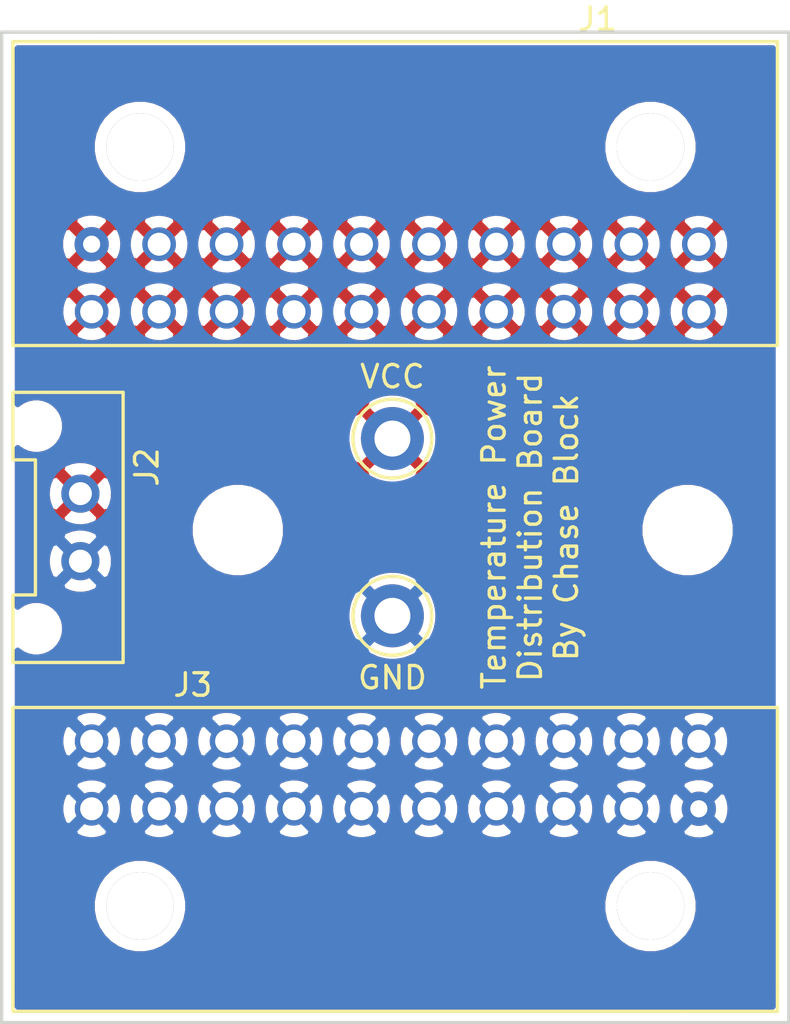
<source format=kicad_pcb>
(kicad_pcb (version 20171130) (host pcbnew 5.1.4-e60b266~84~ubuntu19.04.1)

  (general
    (thickness 1.6)
    (drawings 5)
    (tracks 0)
    (zones 0)
    (modules 7)
    (nets 3)
  )

  (page A4)
  (layers
    (0 F.Cu signal)
    (31 B.Cu signal)
    (32 B.Adhes user)
    (33 F.Adhes user)
    (34 B.Paste user)
    (35 F.Paste user)
    (36 B.SilkS user)
    (37 F.SilkS user)
    (38 B.Mask user)
    (39 F.Mask user)
    (40 Dwgs.User user)
    (41 Cmts.User user)
    (42 Eco1.User user)
    (43 Eco2.User user)
    (44 Edge.Cuts user)
    (45 Margin user)
    (46 B.CrtYd user)
    (47 F.CrtYd user)
    (48 B.Fab user)
    (49 F.Fab user hide)
  )

  (setup
    (last_trace_width 0.25)
    (trace_clearance 0.2)
    (zone_clearance 0.508)
    (zone_45_only no)
    (trace_min 0.2)
    (via_size 0.8)
    (via_drill 0.4)
    (via_min_size 0.4)
    (via_min_drill 0.3)
    (uvia_size 0.3)
    (uvia_drill 0.1)
    (uvias_allowed no)
    (uvia_min_size 0.2)
    (uvia_min_drill 0.1)
    (edge_width 0.2)
    (segment_width 0.2)
    (pcb_text_width 0.3)
    (pcb_text_size 1.5 1.5)
    (mod_edge_width 0.15)
    (mod_text_size 1 1)
    (mod_text_width 0.15)
    (pad_size 3 3)
    (pad_drill 3)
    (pad_to_mask_clearance 0.2)
    (aux_axis_origin 0 0)
    (visible_elements 7FFFFFFF)
    (pcbplotparams
      (layerselection 0x010fc_ffffffff)
      (usegerberextensions false)
      (usegerberattributes false)
      (usegerberadvancedattributes false)
      (creategerberjobfile false)
      (excludeedgelayer true)
      (linewidth 0.100000)
      (plotframeref false)
      (viasonmask false)
      (mode 1)
      (useauxorigin false)
      (hpglpennumber 1)
      (hpglpenspeed 20)
      (hpglpendiameter 15.000000)
      (psnegative false)
      (psa4output false)
      (plotreference true)
      (plotvalue true)
      (plotinvisibletext false)
      (padsonsilk false)
      (subtractmaskfromsilk false)
      (outputformat 1)
      (mirror false)
      (drillshape 0)
      (scaleselection 1)
      (outputdirectory "../GerberFiles/TemperaturePower/"))
  )

  (net 0 "")
  (net 1 VCC)
  (net 2 GND)

  (net_class Default "This is the default net class."
    (clearance 0.2)
    (trace_width 0.25)
    (via_dia 0.8)
    (via_drill 0.4)
    (uvia_dia 0.3)
    (uvia_drill 0.1)
    (add_net GND)
    (add_net VCC)
  )

  (module UTSVT_Connectors:Molex2x10_horizontal (layer F.Cu) (tedit 5CA8F9CA) (tstamp 5DA213F9)
    (at 135 107.42 180)
    (path /5CAED732)
    (fp_text reference J1 (at -9 11.5) (layer F.SilkS)
      (effects (font (size 1 1) (thickness 0.15)))
    )
    (fp_text value Conn_02x10_Counter_Clockwise (at 0 -6) (layer F.Fab)
      (effects (font (size 1 1) (thickness 0.15)))
    )
    (fp_line (start -17 -3) (end 17 -3) (layer F.SilkS) (width 0.15))
    (fp_line (start 17 9.5) (end 17 -3) (layer F.SilkS) (width 0.15))
    (fp_line (start -17 9.5) (end -17 -3) (layer F.SilkS) (width 0.15))
    (fp_line (start 13 10.5) (end 17 10.5) (layer F.SilkS) (width 0.15))
    (fp_line (start 17 10.5) (end 17 9.5) (layer F.SilkS) (width 0.15))
    (fp_line (start 13 10.5) (end -17 10.5) (layer F.SilkS) (width 0.15))
    (fp_line (start -17 10.5) (end -17 9.5) (layer F.SilkS) (width 0.15))
    (pad 1 thru_hole circle (at 13.5 1.5 180) (size 1.524 1.524) (drill 0.762) (layers *.Cu *.Mask)
      (net 1 VCC))
    (pad 2 thru_hole circle (at 10.5 1.5 180) (size 1.5 1.5) (drill 1.02) (layers *.Cu *.Mask)
      (net 1 VCC))
    (pad 3 thru_hole circle (at 7.5 1.5 180) (size 1.5 1.5) (drill 1.02) (layers *.Cu *.Mask)
      (net 1 VCC))
    (pad 4 thru_hole circle (at 4.5 1.5 180) (size 1.5 1.5) (drill 1.02) (layers *.Cu *.Mask)
      (net 1 VCC))
    (pad 5 thru_hole circle (at 1.5 1.5 180) (size 1.5 1.5) (drill 1.02) (layers *.Cu *.Mask)
      (net 1 VCC))
    (pad 6 thru_hole circle (at -1.5 1.5 180) (size 1.5 1.5) (drill 1.02) (layers *.Cu *.Mask)
      (net 1 VCC))
    (pad 7 thru_hole circle (at -4.5 1.5 180) (size 1.5 1.5) (drill 1.02) (layers *.Cu *.Mask)
      (net 1 VCC))
    (pad 8 thru_hole circle (at -7.5 1.5 180) (size 1.5 1.5) (drill 1.02) (layers *.Cu *.Mask)
      (net 1 VCC))
    (pad 9 thru_hole circle (at -10.5 1.5 180) (size 1.5 1.5) (drill 1.02) (layers *.Cu *.Mask)
      (net 1 VCC))
    (pad 10 thru_hole circle (at -13.5 1.5 180) (size 1.5 1.5) (drill 1.02) (layers *.Cu *.Mask)
      (net 1 VCC))
    (pad 11 thru_hole circle (at 13.5 -1.5 180) (size 1.5 1.5) (drill 1.02) (layers *.Cu *.Mask)
      (net 1 VCC))
    (pad 12 thru_hole circle (at 10.5 -1.5 180) (size 1.5 1.5) (drill 1.02) (layers *.Cu *.Mask)
      (net 1 VCC))
    (pad 13 thru_hole circle (at 7.5 -1.5 180) (size 1.5 1.5) (drill 1.02) (layers *.Cu *.Mask)
      (net 1 VCC))
    (pad 14 thru_hole circle (at 4.5 -1.5 180) (size 1.5 1.5) (drill 1.02) (layers *.Cu *.Mask)
      (net 1 VCC))
    (pad 15 thru_hole circle (at 1.5 -1.5 180) (size 1.5 1.5) (drill 1.02) (layers *.Cu *.Mask)
      (net 1 VCC))
    (pad 16 thru_hole circle (at -1.5 -1.5 180) (size 1.5 1.5) (drill 1.02) (layers *.Cu *.Mask)
      (net 1 VCC))
    (pad 17 thru_hole circle (at -4.5 -1.5 180) (size 1.5 1.5) (drill 1.02) (layers *.Cu *.Mask)
      (net 1 VCC))
    (pad 18 thru_hole circle (at -7.5 -1.5 180) (size 1.5 1.5) (drill 1.02) (layers *.Cu *.Mask)
      (net 1 VCC))
    (pad 19 thru_hole circle (at -10.5 -1.5 180) (size 1.5 1.5) (drill 1.02) (layers *.Cu *.Mask)
      (net 1 VCC))
    (pad 20 thru_hole circle (at -13.5 -1.5 180) (size 1.5 1.5) (drill 1.02) (layers *.Cu *.Mask)
      (net 1 VCC))
    (pad "" thru_hole circle (at 11.35 5.82 180) (size 3 3) (drill 3) (layers *.Cu *.Mask))
    (pad "" thru_hole circle (at -11.35 5.82 180) (size 3 3) (drill 3) (layers *.Cu *.Mask))
  )

  (module UTSVT_Connectors:Molex_MicroFit3.0_1x2xP3.00mm_PolarizingPeg_Vertical (layer F.Cu) (tedit 5C074512) (tstamp 5CCCF287)
    (at 121 120 90)
    (path /5CB0C883)
    (fp_text reference J2 (at 4.176 2.952 90) (layer F.SilkS)
      (effects (font (size 1 1) (thickness 0.15)))
    )
    (fp_text value Conn_01x02 (at 1.5 4 90) (layer F.Fab)
      (effects (font (size 1 1) (thickness 0.15)))
    )
    (fp_line (start 3 1.9) (end 3 3.1) (layer F.CrtYd) (width 0.15))
    (fp_line (start 3 3.1) (end 0 3.1) (layer F.CrtYd) (width 0.15))
    (fp_line (start 0 3.1) (end 0 1.9) (layer F.CrtYd) (width 0.15))
    (fp_line (start 0 1.9) (end -3.325 1.9) (layer F.CrtYd) (width 0.15))
    (fp_line (start -4.5 -3) (end -1.5 -3) (layer F.SilkS) (width 0.15))
    (fp_line (start -1.5 -3) (end -1.5 -2) (layer F.SilkS) (width 0.15))
    (fp_line (start -1.5 -2) (end 4.5 -2) (layer F.SilkS) (width 0.15))
    (fp_line (start 4.5 -2) (end 4.5 -3) (layer F.SilkS) (width 0.15))
    (fp_line (start 4.5 -3) (end 7.5 -3) (layer F.SilkS) (width 0.15))
    (fp_line (start 7.5 -3) (end 7.5 1.9) (layer F.SilkS) (width 0.15))
    (fp_line (start 7.5 1.9) (end -4.5 1.9) (layer F.SilkS) (width 0.15))
    (fp_line (start -4.5 1.9) (end -4.5 -3) (layer F.SilkS) (width 0.15))
    (fp_line (start -3.325 -2.47) (end 6.325 -2.47) (layer F.CrtYd) (width 0.15))
    (fp_line (start 6.325 -2.47) (end 6.325 1.9) (layer F.CrtYd) (width 0.15))
    (fp_line (start 6.325 1.9) (end 3 1.9) (layer F.CrtYd) (width 0.15))
    (fp_line (start -3.325 1.9) (end -3.325 -2.47) (layer F.CrtYd) (width 0.15))
    (pad "" np_thru_hole circle (at 6 -1.96 90) (size 1.27 1.27) (drill 1.27) (layers *.Cu *.Mask))
    (pad 1 thru_hole circle (at 0 0 90) (size 1.7 1.7) (drill 1.02) (layers *.Cu *.Mask)
      (net 2 GND))
    (pad 2 thru_hole circle (at 3 0 90) (size 1.7 1.7) (drill 1.02) (layers *.Cu *.Mask)
      (net 1 VCC))
    (pad "" np_thru_hole circle (at -3 -1.96 90) (size 1.27 1.27) (drill 1.27) (layers *.Cu *.Mask))
  )

  (module UTSVT_Connectors:Molex2x10_horizontal (layer F.Cu) (tedit 5CA8F9CA) (tstamp 5CCCF2A8)
    (at 135 129.5)
    (path /5CAED770)
    (fp_text reference J3 (at -9 -4) (layer F.SilkS)
      (effects (font (size 1 1) (thickness 0.15)))
    )
    (fp_text value Conn_02x10_Counter_Clockwise (at 0 -6) (layer F.Fab)
      (effects (font (size 1 1) (thickness 0.15)))
    )
    (fp_line (start -17 10.5) (end -17 9.5) (layer F.SilkS) (width 0.15))
    (fp_line (start 13 10.5) (end -17 10.5) (layer F.SilkS) (width 0.15))
    (fp_line (start 17 10.5) (end 17 9.5) (layer F.SilkS) (width 0.15))
    (fp_line (start 13 10.5) (end 17 10.5) (layer F.SilkS) (width 0.15))
    (fp_line (start -17 9.5) (end -17 -3) (layer F.SilkS) (width 0.15))
    (fp_line (start 17 9.5) (end 17 -3) (layer F.SilkS) (width 0.15))
    (fp_line (start -17 -3) (end 17 -3) (layer F.SilkS) (width 0.15))
    (pad "" thru_hole circle (at -11.35 5.82) (size 3 3) (drill 3) (layers *.Cu *.Mask))
    (pad "" thru_hole circle (at 11.35 5.82) (size 3 3) (drill 3) (layers *.Cu *.Mask))
    (pad 20 thru_hole circle (at -13.5 -1.5) (size 1.5 1.5) (drill 1.02) (layers *.Cu *.Mask)
      (net 2 GND))
    (pad 19 thru_hole circle (at -10.5 -1.5) (size 1.5 1.5) (drill 1.02) (layers *.Cu *.Mask)
      (net 2 GND))
    (pad 18 thru_hole circle (at -7.5 -1.5) (size 1.5 1.5) (drill 1.02) (layers *.Cu *.Mask)
      (net 2 GND))
    (pad 17 thru_hole circle (at -4.5 -1.5) (size 1.5 1.5) (drill 1.02) (layers *.Cu *.Mask)
      (net 2 GND))
    (pad 16 thru_hole circle (at -1.5 -1.5) (size 1.5 1.5) (drill 1.02) (layers *.Cu *.Mask)
      (net 2 GND))
    (pad 15 thru_hole circle (at 1.5 -1.5) (size 1.5 1.5) (drill 1.02) (layers *.Cu *.Mask)
      (net 2 GND))
    (pad 14 thru_hole circle (at 4.5 -1.5) (size 1.5 1.5) (drill 1.02) (layers *.Cu *.Mask)
      (net 2 GND))
    (pad 13 thru_hole circle (at 7.5 -1.5) (size 1.5 1.5) (drill 1.02) (layers *.Cu *.Mask)
      (net 2 GND))
    (pad 12 thru_hole circle (at 10.5 -1.5) (size 1.5 1.5) (drill 1.02) (layers *.Cu *.Mask)
      (net 2 GND))
    (pad 11 thru_hole circle (at 13.5 -1.5) (size 1.5 1.5) (drill 1.02) (layers *.Cu *.Mask)
      (net 2 GND))
    (pad 10 thru_hole circle (at -13.5 1.5) (size 1.5 1.5) (drill 1.02) (layers *.Cu *.Mask)
      (net 2 GND))
    (pad 9 thru_hole circle (at -10.5 1.5) (size 1.5 1.5) (drill 1.02) (layers *.Cu *.Mask)
      (net 2 GND))
    (pad 8 thru_hole circle (at -7.5 1.5) (size 1.5 1.5) (drill 1.02) (layers *.Cu *.Mask)
      (net 2 GND))
    (pad 7 thru_hole circle (at -4.5 1.5) (size 1.5 1.5) (drill 1.02) (layers *.Cu *.Mask)
      (net 2 GND))
    (pad 6 thru_hole circle (at -1.5 1.5) (size 1.5 1.5) (drill 1.02) (layers *.Cu *.Mask)
      (net 2 GND))
    (pad 5 thru_hole circle (at 1.5 1.5) (size 1.5 1.5) (drill 1.02) (layers *.Cu *.Mask)
      (net 2 GND))
    (pad 4 thru_hole circle (at 4.5 1.5) (size 1.5 1.5) (drill 1.02) (layers *.Cu *.Mask)
      (net 2 GND))
    (pad 3 thru_hole circle (at 7.5 1.5) (size 1.5 1.5) (drill 1.02) (layers *.Cu *.Mask)
      (net 2 GND))
    (pad 2 thru_hole circle (at 10.5 1.5) (size 1.5 1.5) (drill 1.02) (layers *.Cu *.Mask)
      (net 2 GND))
    (pad 1 thru_hole circle (at 13.5 1.5) (size 1.524 1.524) (drill 0.762) (layers *.Cu *.Mask)
      (net 2 GND))
  )

  (module MountingHole:MountingHole_3mm (layer F.Cu) (tedit 5D864FA9) (tstamp 5D929921)
    (at 148 118.618)
    (descr "Mounting Hole 3mm, no annular")
    (tags "mounting hole 3mm no annular")
    (path /5D86921A)
    (attr virtual)
    (fp_text reference MH1 (at 0 -4) (layer F.SilkS) hide
      (effects (font (size 1 1) (thickness 0.15)))
    )
    (fp_text value MountingHole (at 0 4) (layer F.Fab)
      (effects (font (size 1 1) (thickness 0.15)))
    )
    (fp_circle (center 0 0) (end 3.25 0) (layer F.CrtYd) (width 0.05))
    (fp_circle (center 0 0) (end 3 0) (layer Cmts.User) (width 0.15))
    (fp_text user %R (at 0.3 0) (layer F.Fab)
      (effects (font (size 1 1) (thickness 0.15)))
    )
    (pad 1 np_thru_hole circle (at 0 0) (size 3 3) (drill 3) (layers *.Cu *.Mask))
  )

  (module MountingHole:MountingHole_3mm (layer F.Cu) (tedit 5D865071) (tstamp 5D929A52)
    (at 128 118.618)
    (descr "Mounting Hole 3mm, no annular")
    (tags "mounting hole 3mm no annular")
    (path /5D869188)
    (attr virtual)
    (fp_text reference MH2 (at 0 -4) (layer F.SilkS) hide
      (effects (font (size 1 1) (thickness 0.15)))
    )
    (fp_text value MountingHole (at 0 4) (layer F.Fab)
      (effects (font (size 1 1) (thickness 0.15)))
    )
    (fp_text user %R (at 0.3 0) (layer F.Fab)
      (effects (font (size 1 1) (thickness 0.15)))
    )
    (fp_circle (center 0 0) (end 3 0) (layer Cmts.User) (width 0.15))
    (fp_circle (center 0 0) (end 3.25 0) (layer F.CrtYd) (width 0.05))
    (pad "" np_thru_hole circle (at 0 0) (size 3 3) (drill 3) (layers *.Cu *.Mask))
  )

  (module TestPoint:TestPoint_Keystone_5005-5009_Compact (layer F.Cu) (tedit 5D864F78) (tstamp 5D929936)
    (at 134.874 114.554)
    (descr "Keystone Miniature THM Test Point 5005-5009, http://www.keyelco.com/product-pdf.cfm?p=1314")
    (tags "Through Hole Mount Test Points")
    (path /5CB0AA23)
    (fp_text reference VCC (at 0 -2.75) (layer F.SilkS)
      (effects (font (size 1 1) (thickness 0.15)))
    )
    (fp_text value TestPoint (at 0 2.75) (layer F.Fab)
      (effects (font (size 1 1) (thickness 0.15)))
    )
    (fp_text user %R (at 0 0) (layer F.Fab)
      (effects (font (size 0.6 0.6) (thickness 0.09)))
    )
    (fp_line (start -1.25 -0.4) (end 1.25 -0.4) (layer F.Fab) (width 0.15))
    (fp_line (start 1.25 -0.4) (end 1.25 0.4) (layer F.Fab) (width 0.15))
    (fp_line (start 1.25 0.4) (end -1.25 0.4) (layer F.Fab) (width 0.15))
    (fp_line (start -1.25 0.4) (end -1.25 -0.4) (layer F.Fab) (width 0.15))
    (fp_circle (center 0 0) (end 2 0) (layer F.CrtYd) (width 0.05))
    (fp_circle (center 0 0) (end 1.6 0) (layer F.Fab) (width 0.15))
    (fp_circle (center 0 0) (end 1.75 0) (layer F.SilkS) (width 0.15))
    (pad 1 thru_hole circle (at 0 0) (size 2.8 2.8) (drill 1.6) (layers *.Cu *.Mask)
      (net 1 VCC))
    (model ${KISYS3DMOD}/TestPoint.3dshapes/TestPoint_Keystone_5005-5009_Compact.wrl
      (at (xyz 0 0 0))
      (scale (xyz 1 1 1))
      (rotate (xyz 0 0 0))
    )
  )

  (module TestPoint:TestPoint_Keystone_5005-5009_Compact (layer F.Cu) (tedit 5D864F80) (tstamp 5D929943)
    (at 134.874 122.428 180)
    (descr "Keystone Miniature THM Test Point 5005-5009, http://www.keyelco.com/product-pdf.cfm?p=1314")
    (tags "Through Hole Mount Test Points")
    (path /5CB0AA6B)
    (fp_text reference GND (at 0 -2.75 180) (layer F.SilkS)
      (effects (font (size 1 1) (thickness 0.15)))
    )
    (fp_text value TestPoint (at 0 2.75 180) (layer F.Fab)
      (effects (font (size 1 1) (thickness 0.15)))
    )
    (fp_circle (center 0 0) (end 1.75 0) (layer F.SilkS) (width 0.15))
    (fp_circle (center 0 0) (end 1.6 0) (layer F.Fab) (width 0.15))
    (fp_circle (center 0 0) (end 2 0) (layer F.CrtYd) (width 0.05))
    (fp_line (start -1.25 0.4) (end -1.25 -0.4) (layer F.Fab) (width 0.15))
    (fp_line (start 1.25 0.4) (end -1.25 0.4) (layer F.Fab) (width 0.15))
    (fp_line (start 1.25 -0.4) (end 1.25 0.4) (layer F.Fab) (width 0.15))
    (fp_line (start -1.25 -0.4) (end 1.25 -0.4) (layer F.Fab) (width 0.15))
    (fp_text user %R (at 0 0 180) (layer F.Fab)
      (effects (font (size 0.6 0.6) (thickness 0.09)))
    )
    (pad 1 thru_hole circle (at 0 0 180) (size 2.8 2.8) (drill 1.6) (layers *.Cu *.Mask)
      (net 2 GND))
    (model ${KISYS3DMOD}/TestPoint.3dshapes/TestPoint_Keystone_5005-5009_Compact.wrl
      (at (xyz 0 0 0))
      (scale (xyz 1 1 1))
      (rotate (xyz 0 0 0))
    )
  )

  (gr_text "Temperature Power\nDistribution Board\nBy Chase Block" (at 141 118.5 90) (layer F.SilkS)
    (effects (font (size 1 1) (thickness 0.15)))
  )
  (gr_line (start 117.5 96.5) (end 152.5 96.5) (layer Edge.Cuts) (width 0.15))
  (gr_line (start 117.5 140.5) (end 117.5 96.5) (layer Edge.Cuts) (width 0.15))
  (gr_line (start 152.5 140.5) (end 117.5 140.5) (layer Edge.Cuts) (width 0.15))
  (gr_line (start 152.5 96.5) (end 152.5 140.5) (layer Edge.Cuts) (width 0.15))

  (zone (net 1) (net_name VCC) (layer F.Cu) (tstamp 5D929B50) (hatch edge 0.508)
    (connect_pads (clearance 0.508))
    (min_thickness 0.254)
    (fill yes (arc_segments 16) (thermal_gap 0.508) (thermal_bridge_width 0.508))
    (polygon
      (pts
        (xy 117.5 96.5) (xy 117.5 140.5) (xy 152.5 140.5) (xy 152.5 96.5) (xy 144 96.5)
      )
    )
    (filled_polygon
      (pts
        (xy 151.790001 139.79) (xy 118.21 139.79) (xy 118.21 135.109721) (xy 121.515 135.109721) (xy 121.515 135.530279)
        (xy 121.597047 135.942756) (xy 121.757988 136.331302) (xy 121.991637 136.680983) (xy 122.289017 136.978363) (xy 122.638698 137.212012)
        (xy 123.027244 137.372953) (xy 123.439721 137.455) (xy 123.860279 137.455) (xy 124.272756 137.372953) (xy 124.661302 137.212012)
        (xy 125.010983 136.978363) (xy 125.308363 136.680983) (xy 125.542012 136.331302) (xy 125.702953 135.942756) (xy 125.785 135.530279)
        (xy 125.785 135.109721) (xy 144.215 135.109721) (xy 144.215 135.530279) (xy 144.297047 135.942756) (xy 144.457988 136.331302)
        (xy 144.691637 136.680983) (xy 144.989017 136.978363) (xy 145.338698 137.212012) (xy 145.727244 137.372953) (xy 146.139721 137.455)
        (xy 146.560279 137.455) (xy 146.972756 137.372953) (xy 147.361302 137.212012) (xy 147.710983 136.978363) (xy 148.008363 136.680983)
        (xy 148.242012 136.331302) (xy 148.402953 135.942756) (xy 148.485 135.530279) (xy 148.485 135.109721) (xy 148.402953 134.697244)
        (xy 148.242012 134.308698) (xy 148.008363 133.959017) (xy 147.710983 133.661637) (xy 147.361302 133.427988) (xy 146.972756 133.267047)
        (xy 146.560279 133.185) (xy 146.139721 133.185) (xy 145.727244 133.267047) (xy 145.338698 133.427988) (xy 144.989017 133.661637)
        (xy 144.691637 133.959017) (xy 144.457988 134.308698) (xy 144.297047 134.697244) (xy 144.215 135.109721) (xy 125.785 135.109721)
        (xy 125.702953 134.697244) (xy 125.542012 134.308698) (xy 125.308363 133.959017) (xy 125.010983 133.661637) (xy 124.661302 133.427988)
        (xy 124.272756 133.267047) (xy 123.860279 133.185) (xy 123.439721 133.185) (xy 123.027244 133.267047) (xy 122.638698 133.427988)
        (xy 122.289017 133.661637) (xy 121.991637 133.959017) (xy 121.757988 134.308698) (xy 121.597047 134.697244) (xy 121.515 135.109721)
        (xy 118.21 135.109721) (xy 118.21 130.863589) (xy 120.115 130.863589) (xy 120.115 131.136411) (xy 120.168225 131.403989)
        (xy 120.272629 131.656043) (xy 120.424201 131.882886) (xy 120.617114 132.075799) (xy 120.843957 132.227371) (xy 121.096011 132.331775)
        (xy 121.363589 132.385) (xy 121.636411 132.385) (xy 121.903989 132.331775) (xy 122.156043 132.227371) (xy 122.382886 132.075799)
        (xy 122.575799 131.882886) (xy 122.727371 131.656043) (xy 122.831775 131.403989) (xy 122.885 131.136411) (xy 122.885 130.863589)
        (xy 123.115 130.863589) (xy 123.115 131.136411) (xy 123.168225 131.403989) (xy 123.272629 131.656043) (xy 123.424201 131.882886)
        (xy 123.617114 132.075799) (xy 123.843957 132.227371) (xy 124.096011 132.331775) (xy 124.363589 132.385) (xy 124.636411 132.385)
        (xy 124.903989 132.331775) (xy 125.156043 132.227371) (xy 125.382886 132.075799) (xy 125.575799 131.882886) (xy 125.727371 131.656043)
        (xy 125.831775 131.403989) (xy 125.885 131.136411) (xy 125.885 130.863589) (xy 126.115 130.863589) (xy 126.115 131.136411)
        (xy 126.168225 131.403989) (xy 126.272629 131.656043) (xy 126.424201 131.882886) (xy 126.617114 132.075799) (xy 126.843957 132.227371)
        (xy 127.096011 132.331775) (xy 127.363589 132.385) (xy 127.636411 132.385) (xy 127.903989 132.331775) (xy 128.156043 132.227371)
        (xy 128.382886 132.075799) (xy 128.575799 131.882886) (xy 128.727371 131.656043) (xy 128.831775 131.403989) (xy 128.885 131.136411)
        (xy 128.885 130.863589) (xy 129.115 130.863589) (xy 129.115 131.136411) (xy 129.168225 131.403989) (xy 129.272629 131.656043)
        (xy 129.424201 131.882886) (xy 129.617114 132.075799) (xy 129.843957 132.227371) (xy 130.096011 132.331775) (xy 130.363589 132.385)
        (xy 130.636411 132.385) (xy 130.903989 132.331775) (xy 131.156043 132.227371) (xy 131.382886 132.075799) (xy 131.575799 131.882886)
        (xy 131.727371 131.656043) (xy 131.831775 131.403989) (xy 131.885 131.136411) (xy 131.885 130.863589) (xy 132.115 130.863589)
        (xy 132.115 131.136411) (xy 132.168225 131.403989) (xy 132.272629 131.656043) (xy 132.424201 131.882886) (xy 132.617114 132.075799)
        (xy 132.843957 132.227371) (xy 133.096011 132.331775) (xy 133.363589 132.385) (xy 133.636411 132.385) (xy 133.903989 132.331775)
        (xy 134.156043 132.227371) (xy 134.382886 132.075799) (xy 134.575799 131.882886) (xy 134.727371 131.656043) (xy 134.831775 131.403989)
        (xy 134.885 131.136411) (xy 134.885 130.863589) (xy 135.115 130.863589) (xy 135.115 131.136411) (xy 135.168225 131.403989)
        (xy 135.272629 131.656043) (xy 135.424201 131.882886) (xy 135.617114 132.075799) (xy 135.843957 132.227371) (xy 136.096011 132.331775)
        (xy 136.363589 132.385) (xy 136.636411 132.385) (xy 136.903989 132.331775) (xy 137.156043 132.227371) (xy 137.382886 132.075799)
        (xy 137.575799 131.882886) (xy 137.727371 131.656043) (xy 137.831775 131.403989) (xy 137.885 131.136411) (xy 137.885 130.863589)
        (xy 138.115 130.863589) (xy 138.115 131.136411) (xy 138.168225 131.403989) (xy 138.272629 131.656043) (xy 138.424201 131.882886)
        (xy 138.617114 132.075799) (xy 138.843957 132.227371) (xy 139.096011 132.331775) (xy 139.363589 132.385) (xy 139.636411 132.385)
        (xy 139.903989 132.331775) (xy 140.156043 132.227371) (xy 140.382886 132.075799) (xy 140.575799 131.882886) (xy 140.727371 131.656043)
        (xy 140.831775 131.403989) (xy 140.885 131.136411) (xy 140.885 130.863589) (xy 141.115 130.863589) (xy 141.115 131.136411)
        (xy 141.168225 131.403989) (xy 141.272629 131.656043) (xy 141.424201 131.882886) (xy 141.617114 132.075799) (xy 141.843957 132.227371)
        (xy 142.096011 132.331775) (xy 142.363589 132.385) (xy 142.636411 132.385) (xy 142.903989 132.331775) (xy 143.156043 132.227371)
        (xy 143.382886 132.075799) (xy 143.575799 131.882886) (xy 143.727371 131.656043) (xy 143.831775 131.403989) (xy 143.885 131.136411)
        (xy 143.885 130.863589) (xy 144.115 130.863589) (xy 144.115 131.136411) (xy 144.168225 131.403989) (xy 144.272629 131.656043)
        (xy 144.424201 131.882886) (xy 144.617114 132.075799) (xy 144.843957 132.227371) (xy 145.096011 132.331775) (xy 145.363589 132.385)
        (xy 145.636411 132.385) (xy 145.903989 132.331775) (xy 146.156043 132.227371) (xy 146.382886 132.075799) (xy 146.575799 131.882886)
        (xy 146.727371 131.656043) (xy 146.831775 131.403989) (xy 146.885 131.136411) (xy 146.885 130.863589) (xy 146.884766 130.862408)
        (xy 147.103 130.862408) (xy 147.103 131.137592) (xy 147.156686 131.40749) (xy 147.261995 131.661727) (xy 147.41488 131.890535)
        (xy 147.609465 132.08512) (xy 147.838273 132.238005) (xy 148.09251 132.343314) (xy 148.362408 132.397) (xy 148.637592 132.397)
        (xy 148.90749 132.343314) (xy 149.161727 132.238005) (xy 149.390535 132.08512) (xy 149.58512 131.890535) (xy 149.738005 131.661727)
        (xy 149.843314 131.40749) (xy 149.897 131.137592) (xy 149.897 130.862408) (xy 149.843314 130.59251) (xy 149.738005 130.338273)
        (xy 149.58512 130.109465) (xy 149.390535 129.91488) (xy 149.161727 129.761995) (xy 148.90749 129.656686) (xy 148.637592 129.603)
        (xy 148.362408 129.603) (xy 148.09251 129.656686) (xy 147.838273 129.761995) (xy 147.609465 129.91488) (xy 147.41488 130.109465)
        (xy 147.261995 130.338273) (xy 147.156686 130.59251) (xy 147.103 130.862408) (xy 146.884766 130.862408) (xy 146.831775 130.596011)
        (xy 146.727371 130.343957) (xy 146.575799 130.117114) (xy 146.382886 129.924201) (xy 146.156043 129.772629) (xy 145.903989 129.668225)
        (xy 145.636411 129.615) (xy 145.363589 129.615) (xy 145.096011 129.668225) (xy 144.843957 129.772629) (xy 144.617114 129.924201)
        (xy 144.424201 130.117114) (xy 144.272629 130.343957) (xy 144.168225 130.596011) (xy 144.115 130.863589) (xy 143.885 130.863589)
        (xy 143.831775 130.596011) (xy 143.727371 130.343957) (xy 143.575799 130.117114) (xy 143.382886 129.924201) (xy 143.156043 129.772629)
        (xy 142.903989 129.668225) (xy 142.636411 129.615) (xy 142.363589 129.615) (xy 142.096011 129.668225) (xy 141.843957 129.772629)
        (xy 141.617114 129.924201) (xy 141.424201 130.117114) (xy 141.272629 130.343957) (xy 141.168225 130.596011) (xy 141.115 130.863589)
        (xy 140.885 130.863589) (xy 140.831775 130.596011) (xy 140.727371 130.343957) (xy 140.575799 130.117114) (xy 140.382886 129.924201)
        (xy 140.156043 129.772629) (xy 139.903989 129.668225) (xy 139.636411 129.615) (xy 139.363589 129.615) (xy 139.096011 129.668225)
        (xy 138.843957 129.772629) (xy 138.617114 129.924201) (xy 138.424201 130.117114) (xy 138.272629 130.343957) (xy 138.168225 130.596011)
        (xy 138.115 130.863589) (xy 137.885 130.863589) (xy 137.831775 130.596011) (xy 137.727371 130.343957) (xy 137.575799 130.117114)
        (xy 137.382886 129.924201) (xy 137.156043 129.772629) (xy 136.903989 129.668225) (xy 136.636411 129.615) (xy 136.363589 129.615)
        (xy 136.096011 129.668225) (xy 135.843957 129.772629) (xy 135.617114 129.924201) (xy 135.424201 130.117114) (xy 135.272629 130.343957)
        (xy 135.168225 130.596011) (xy 135.115 130.863589) (xy 134.885 130.863589) (xy 134.831775 130.596011) (xy 134.727371 130.343957)
        (xy 134.575799 130.117114) (xy 134.382886 129.924201) (xy 134.156043 129.772629) (xy 133.903989 129.668225) (xy 133.636411 129.615)
        (xy 133.363589 129.615) (xy 133.096011 129.668225) (xy 132.843957 129.772629) (xy 132.617114 129.924201) (xy 132.424201 130.117114)
        (xy 132.272629 130.343957) (xy 132.168225 130.596011) (xy 132.115 130.863589) (xy 131.885 130.863589) (xy 131.831775 130.596011)
        (xy 131.727371 130.343957) (xy 131.575799 130.117114) (xy 131.382886 129.924201) (xy 131.156043 129.772629) (xy 130.903989 129.668225)
        (xy 130.636411 129.615) (xy 130.363589 129.615) (xy 130.096011 129.668225) (xy 129.843957 129.772629) (xy 129.617114 129.924201)
        (xy 129.424201 130.117114) (xy 129.272629 130.343957) (xy 129.168225 130.596011) (xy 129.115 130.863589) (xy 128.885 130.863589)
        (xy 128.831775 130.596011) (xy 128.727371 130.343957) (xy 128.575799 130.117114) (xy 128.382886 129.924201) (xy 128.156043 129.772629)
        (xy 127.903989 129.668225) (xy 127.636411 129.615) (xy 127.363589 129.615) (xy 127.096011 129.668225) (xy 126.843957 129.772629)
        (xy 126.617114 129.924201) (xy 126.424201 130.117114) (xy 126.272629 130.343957) (xy 126.168225 130.596011) (xy 126.115 130.863589)
        (xy 125.885 130.863589) (xy 125.831775 130.596011) (xy 125.727371 130.343957) (xy 125.575799 130.117114) (xy 125.382886 129.924201)
        (xy 125.156043 129.772629) (xy 124.903989 129.668225) (xy 124.636411 129.615) (xy 124.363589 129.615) (xy 124.096011 129.668225)
        (xy 123.843957 129.772629) (xy 123.617114 129.924201) (xy 123.424201 130.117114) (xy 123.272629 130.343957) (xy 123.168225 130.596011)
        (xy 123.115 130.863589) (xy 122.885 130.863589) (xy 122.831775 130.596011) (xy 122.727371 130.343957) (xy 122.575799 130.117114)
        (xy 122.382886 129.924201) (xy 122.156043 129.772629) (xy 121.903989 129.668225) (xy 121.636411 129.615) (xy 121.363589 129.615)
        (xy 121.096011 129.668225) (xy 120.843957 129.772629) (xy 120.617114 129.924201) (xy 120.424201 130.117114) (xy 120.272629 130.343957)
        (xy 120.168225 130.596011) (xy 120.115 130.863589) (xy 118.21 130.863589) (xy 118.21 127.863589) (xy 120.115 127.863589)
        (xy 120.115 128.136411) (xy 120.168225 128.403989) (xy 120.272629 128.656043) (xy 120.424201 128.882886) (xy 120.617114 129.075799)
        (xy 120.843957 129.227371) (xy 121.096011 129.331775) (xy 121.363589 129.385) (xy 121.636411 129.385) (xy 121.903989 129.331775)
        (xy 122.156043 129.227371) (xy 122.382886 129.075799) (xy 122.575799 128.882886) (xy 122.727371 128.656043) (xy 122.831775 128.403989)
        (xy 122.885 128.136411) (xy 122.885 127.863589) (xy 123.115 127.863589) (xy 123.115 128.136411) (xy 123.168225 128.403989)
        (xy 123.272629 128.656043) (xy 123.424201 128.882886) (xy 123.617114 129.075799) (xy 123.843957 129.227371) (xy 124.096011 129.331775)
        (xy 124.363589 129.385) (xy 124.636411 129.385) (xy 124.903989 129.331775) (xy 125.156043 129.227371) (xy 125.382886 129.075799)
        (xy 125.575799 128.882886) (xy 125.727371 128.656043) (xy 125.831775 128.403989) (xy 125.885 128.136411) (xy 125.885 127.863589)
        (xy 126.115 127.863589) (xy 126.115 128.136411) (xy 126.168225 128.403989) (xy 126.272629 128.656043) (xy 126.424201 128.882886)
        (xy 126.617114 129.075799) (xy 126.843957 129.227371) (xy 127.096011 129.331775) (xy 127.363589 129.385) (xy 127.636411 129.385)
        (xy 127.903989 129.331775) (xy 128.156043 129.227371) (xy 128.382886 129.075799) (xy 128.575799 128.882886) (xy 128.727371 128.656043)
        (xy 128.831775 128.403989) (xy 128.885 128.136411) (xy 128.885 127.863589) (xy 129.115 127.863589) (xy 129.115 128.136411)
        (xy 129.168225 128.403989) (xy 129.272629 128.656043) (xy 129.424201 128.882886) (xy 129.617114 129.075799) (xy 129.843957 129.227371)
        (xy 130.096011 129.331775) (xy 130.363589 129.385) (xy 130.636411 129.385) (xy 130.903989 129.331775) (xy 131.156043 129.227371)
        (xy 131.382886 129.075799) (xy 131.575799 128.882886) (xy 131.727371 128.656043) (xy 131.831775 128.403989) (xy 131.885 128.136411)
        (xy 131.885 127.863589) (xy 132.115 127.863589) (xy 132.115 128.136411) (xy 132.168225 128.403989) (xy 132.272629 128.656043)
        (xy 132.424201 128.882886) (xy 132.617114 129.075799) (xy 132.843957 129.227371) (xy 133.096011 129.331775) (xy 133.363589 129.385)
        (xy 133.636411 129.385) (xy 133.903989 129.331775) (xy 134.156043 129.227371) (xy 134.382886 129.075799) (xy 134.575799 128.882886)
        (xy 134.727371 128.656043) (xy 134.831775 128.403989) (xy 134.885 128.136411) (xy 134.885 127.863589) (xy 135.115 127.863589)
        (xy 135.115 128.136411) (xy 135.168225 128.403989) (xy 135.272629 128.656043) (xy 135.424201 128.882886) (xy 135.617114 129.075799)
        (xy 135.843957 129.227371) (xy 136.096011 129.331775) (xy 136.363589 129.385) (xy 136.636411 129.385) (xy 136.903989 129.331775)
        (xy 137.156043 129.227371) (xy 137.382886 129.075799) (xy 137.575799 128.882886) (xy 137.727371 128.656043) (xy 137.831775 128.403989)
        (xy 137.885 128.136411) (xy 137.885 127.863589) (xy 138.115 127.863589) (xy 138.115 128.136411) (xy 138.168225 128.403989)
        (xy 138.272629 128.656043) (xy 138.424201 128.882886) (xy 138.617114 129.075799) (xy 138.843957 129.227371) (xy 139.096011 129.331775)
        (xy 139.363589 129.385) (xy 139.636411 129.385) (xy 139.903989 129.331775) (xy 140.156043 129.227371) (xy 140.382886 129.075799)
        (xy 140.575799 128.882886) (xy 140.727371 128.656043) (xy 140.831775 128.403989) (xy 140.885 128.136411) (xy 140.885 127.863589)
        (xy 141.115 127.863589) (xy 141.115 128.136411) (xy 141.168225 128.403989) (xy 141.272629 128.656043) (xy 141.424201 128.882886)
        (xy 141.617114 129.075799) (xy 141.843957 129.227371) (xy 142.096011 129.331775) (xy 142.363589 129.385) (xy 142.636411 129.385)
        (xy 142.903989 129.331775) (xy 143.156043 129.227371) (xy 143.382886 129.075799) (xy 143.575799 128.882886) (xy 143.727371 128.656043)
        (xy 143.831775 128.403989) (xy 143.885 128.136411) (xy 143.885 127.863589) (xy 144.115 127.863589) (xy 144.115 128.136411)
        (xy 144.168225 128.403989) (xy 144.272629 128.656043) (xy 144.424201 128.882886) (xy 144.617114 129.075799) (xy 144.843957 129.227371)
        (xy 145.096011 129.331775) (xy 145.363589 129.385) (xy 145.636411 129.385) (xy 145.903989 129.331775) (xy 146.156043 129.227371)
        (xy 146.382886 129.075799) (xy 146.575799 128.882886) (xy 146.727371 128.656043) (xy 146.831775 128.403989) (xy 146.885 128.136411)
        (xy 146.885 127.863589) (xy 147.115 127.863589) (xy 147.115 128.136411) (xy 147.168225 128.403989) (xy 147.272629 128.656043)
        (xy 147.424201 128.882886) (xy 147.617114 129.075799) (xy 147.843957 129.227371) (xy 148.096011 129.331775) (xy 148.363589 129.385)
        (xy 148.636411 129.385) (xy 148.903989 129.331775) (xy 149.156043 129.227371) (xy 149.382886 129.075799) (xy 149.575799 128.882886)
        (xy 149.727371 128.656043) (xy 149.831775 128.403989) (xy 149.885 128.136411) (xy 149.885 127.863589) (xy 149.831775 127.596011)
        (xy 149.727371 127.343957) (xy 149.575799 127.117114) (xy 149.382886 126.924201) (xy 149.156043 126.772629) (xy 148.903989 126.668225)
        (xy 148.636411 126.615) (xy 148.363589 126.615) (xy 148.096011 126.668225) (xy 147.843957 126.772629) (xy 147.617114 126.924201)
        (xy 147.424201 127.117114) (xy 147.272629 127.343957) (xy 147.168225 127.596011) (xy 147.115 127.863589) (xy 146.885 127.863589)
        (xy 146.831775 127.596011) (xy 146.727371 127.343957) (xy 146.575799 127.117114) (xy 146.382886 126.924201) (xy 146.156043 126.772629)
        (xy 145.903989 126.668225) (xy 145.636411 126.615) (xy 145.363589 126.615) (xy 145.096011 126.668225) (xy 144.843957 126.772629)
        (xy 144.617114 126.924201) (xy 144.424201 127.117114) (xy 144.272629 127.343957) (xy 144.168225 127.596011) (xy 144.115 127.863589)
        (xy 143.885 127.863589) (xy 143.831775 127.596011) (xy 143.727371 127.343957) (xy 143.575799 127.117114) (xy 143.382886 126.924201)
        (xy 143.156043 126.772629) (xy 142.903989 126.668225) (xy 142.636411 126.615) (xy 142.363589 126.615) (xy 142.096011 126.668225)
        (xy 141.843957 126.772629) (xy 141.617114 126.924201) (xy 141.424201 127.117114) (xy 141.272629 127.343957) (xy 141.168225 127.596011)
        (xy 141.115 127.863589) (xy 140.885 127.863589) (xy 140.831775 127.596011) (xy 140.727371 127.343957) (xy 140.575799 127.117114)
        (xy 140.382886 126.924201) (xy 140.156043 126.772629) (xy 139.903989 126.668225) (xy 139.636411 126.615) (xy 139.363589 126.615)
        (xy 139.096011 126.668225) (xy 138.843957 126.772629) (xy 138.617114 126.924201) (xy 138.424201 127.117114) (xy 138.272629 127.343957)
        (xy 138.168225 127.596011) (xy 138.115 127.863589) (xy 137.885 127.863589) (xy 137.831775 127.596011) (xy 137.727371 127.343957)
        (xy 137.575799 127.117114) (xy 137.382886 126.924201) (xy 137.156043 126.772629) (xy 136.903989 126.668225) (xy 136.636411 126.615)
        (xy 136.363589 126.615) (xy 136.096011 126.668225) (xy 135.843957 126.772629) (xy 135.617114 126.924201) (xy 135.424201 127.117114)
        (xy 135.272629 127.343957) (xy 135.168225 127.596011) (xy 135.115 127.863589) (xy 134.885 127.863589) (xy 134.831775 127.596011)
        (xy 134.727371 127.343957) (xy 134.575799 127.117114) (xy 134.382886 126.924201) (xy 134.156043 126.772629) (xy 133.903989 126.668225)
        (xy 133.636411 126.615) (xy 133.363589 126.615) (xy 133.096011 126.668225) (xy 132.843957 126.772629) (xy 132.617114 126.924201)
        (xy 132.424201 127.117114) (xy 132.272629 127.343957) (xy 132.168225 127.596011) (xy 132.115 127.863589) (xy 131.885 127.863589)
        (xy 131.831775 127.596011) (xy 131.727371 127.343957) (xy 131.575799 127.117114) (xy 131.382886 126.924201) (xy 131.156043 126.772629)
        (xy 130.903989 126.668225) (xy 130.636411 126.615) (xy 130.363589 126.615) (xy 130.096011 126.668225) (xy 129.843957 126.772629)
        (xy 129.617114 126.924201) (xy 129.424201 127.117114) (xy 129.272629 127.343957) (xy 129.168225 127.596011) (xy 129.115 127.863589)
        (xy 128.885 127.863589) (xy 128.831775 127.596011) (xy 128.727371 127.343957) (xy 128.575799 127.117114) (xy 128.382886 126.924201)
        (xy 128.156043 126.772629) (xy 127.903989 126.668225) (xy 127.636411 126.615) (xy 127.363589 126.615) (xy 127.096011 126.668225)
        (xy 126.843957 126.772629) (xy 126.617114 126.924201) (xy 126.424201 127.117114) (xy 126.272629 127.343957) (xy 126.168225 127.596011)
        (xy 126.115 127.863589) (xy 125.885 127.863589) (xy 125.831775 127.596011) (xy 125.727371 127.343957) (xy 125.575799 127.117114)
        (xy 125.382886 126.924201) (xy 125.156043 126.772629) (xy 124.903989 126.668225) (xy 124.636411 126.615) (xy 124.363589 126.615)
        (xy 124.096011 126.668225) (xy 123.843957 126.772629) (xy 123.617114 126.924201) (xy 123.424201 127.117114) (xy 123.272629 127.343957)
        (xy 123.168225 127.596011) (xy 123.115 127.863589) (xy 122.885 127.863589) (xy 122.831775 127.596011) (xy 122.727371 127.343957)
        (xy 122.575799 127.117114) (xy 122.382886 126.924201) (xy 122.156043 126.772629) (xy 121.903989 126.668225) (xy 121.636411 126.615)
        (xy 121.363589 126.615) (xy 121.096011 126.668225) (xy 120.843957 126.772629) (xy 120.617114 126.924201) (xy 120.424201 127.117114)
        (xy 120.272629 127.343957) (xy 120.168225 127.596011) (xy 120.115 127.863589) (xy 118.21 127.863589) (xy 118.21 123.966051)
        (xy 118.230422 123.986473) (xy 118.438429 124.125459) (xy 118.669555 124.221195) (xy 118.914916 124.27) (xy 119.165084 124.27)
        (xy 119.410445 124.221195) (xy 119.641571 124.125459) (xy 119.849578 123.986473) (xy 120.026473 123.809578) (xy 120.165459 123.601571)
        (xy 120.261195 123.370445) (xy 120.31 123.125084) (xy 120.31 122.874916) (xy 120.261195 122.629555) (xy 120.165459 122.398429)
        (xy 120.051295 122.22757) (xy 132.839 122.22757) (xy 132.839 122.62843) (xy 132.917204 123.021587) (xy 133.070607 123.391934)
        (xy 133.293313 123.725237) (xy 133.576763 124.008687) (xy 133.910066 124.231393) (xy 134.280413 124.384796) (xy 134.67357 124.463)
        (xy 135.07443 124.463) (xy 135.467587 124.384796) (xy 135.837934 124.231393) (xy 136.171237 124.008687) (xy 136.454687 123.725237)
        (xy 136.677393 123.391934) (xy 136.830796 123.021587) (xy 136.909 122.62843) (xy 136.909 122.22757) (xy 136.830796 121.834413)
        (xy 136.677393 121.464066) (xy 136.454687 121.130763) (xy 136.171237 120.847313) (xy 135.837934 120.624607) (xy 135.467587 120.471204)
        (xy 135.07443 120.393) (xy 134.67357 120.393) (xy 134.280413 120.471204) (xy 133.910066 120.624607) (xy 133.576763 120.847313)
        (xy 133.293313 121.130763) (xy 133.070607 121.464066) (xy 132.917204 121.834413) (xy 132.839 122.22757) (xy 120.051295 122.22757)
        (xy 120.026473 122.190422) (xy 119.849578 122.013527) (xy 119.641571 121.874541) (xy 119.410445 121.778805) (xy 119.165084 121.73)
        (xy 118.914916 121.73) (xy 118.669555 121.778805) (xy 118.438429 121.874541) (xy 118.230422 122.013527) (xy 118.21 122.033949)
        (xy 118.21 119.85374) (xy 119.515 119.85374) (xy 119.515 120.14626) (xy 119.572068 120.433158) (xy 119.68401 120.703411)
        (xy 119.846525 120.946632) (xy 120.053368 121.153475) (xy 120.296589 121.31599) (xy 120.566842 121.427932) (xy 120.85374 121.485)
        (xy 121.14626 121.485) (xy 121.433158 121.427932) (xy 121.703411 121.31599) (xy 121.946632 121.153475) (xy 122.153475 120.946632)
        (xy 122.31599 120.703411) (xy 122.427932 120.433158) (xy 122.485 120.14626) (xy 122.485 119.85374) (xy 122.427932 119.566842)
        (xy 122.31599 119.296589) (xy 122.153475 119.053368) (xy 121.946632 118.846525) (xy 121.703411 118.68401) (xy 121.433158 118.572068)
        (xy 121.14626 118.515) (xy 120.85374 118.515) (xy 120.566842 118.572068) (xy 120.296589 118.68401) (xy 120.053368 118.846525)
        (xy 119.846525 119.053368) (xy 119.68401 119.296589) (xy 119.572068 119.566842) (xy 119.515 119.85374) (xy 118.21 119.85374)
        (xy 118.21 118.028397) (xy 120.151208 118.028397) (xy 120.228843 118.277472) (xy 120.492883 118.403371) (xy 120.776411 118.475339)
        (xy 121.068531 118.490611) (xy 121.358019 118.448599) (xy 121.473408 118.407721) (xy 125.865 118.407721) (xy 125.865 118.828279)
        (xy 125.947047 119.240756) (xy 126.107988 119.629302) (xy 126.341637 119.978983) (xy 126.639017 120.276363) (xy 126.988698 120.510012)
        (xy 127.377244 120.670953) (xy 127.789721 120.753) (xy 128.210279 120.753) (xy 128.622756 120.670953) (xy 129.011302 120.510012)
        (xy 129.360983 120.276363) (xy 129.658363 119.978983) (xy 129.892012 119.629302) (xy 130.052953 119.240756) (xy 130.135 118.828279)
        (xy 130.135 118.407721) (xy 145.865 118.407721) (xy 145.865 118.828279) (xy 145.947047 119.240756) (xy 146.107988 119.629302)
        (xy 146.341637 119.978983) (xy 146.639017 120.276363) (xy 146.988698 120.510012) (xy 147.377244 120.670953) (xy 147.789721 120.753)
        (xy 148.210279 120.753) (xy 148.622756 120.670953) (xy 149.011302 120.510012) (xy 149.360983 120.276363) (xy 149.658363 119.978983)
        (xy 149.892012 119.629302) (xy 150.052953 119.240756) (xy 150.135 118.828279) (xy 150.135 118.407721) (xy 150.052953 117.995244)
        (xy 149.892012 117.606698) (xy 149.658363 117.257017) (xy 149.360983 116.959637) (xy 149.011302 116.725988) (xy 148.622756 116.565047)
        (xy 148.210279 116.483) (xy 147.789721 116.483) (xy 147.377244 116.565047) (xy 146.988698 116.725988) (xy 146.639017 116.959637)
        (xy 146.341637 117.257017) (xy 146.107988 117.606698) (xy 145.947047 117.995244) (xy 145.865 118.407721) (xy 130.135 118.407721)
        (xy 130.052953 117.995244) (xy 129.892012 117.606698) (xy 129.658363 117.257017) (xy 129.360983 116.959637) (xy 129.011302 116.725988)
        (xy 128.622756 116.565047) (xy 128.210279 116.483) (xy 127.789721 116.483) (xy 127.377244 116.565047) (xy 126.988698 116.725988)
        (xy 126.639017 116.959637) (xy 126.341637 117.257017) (xy 126.107988 117.606698) (xy 125.947047 117.995244) (xy 125.865 118.407721)
        (xy 121.473408 118.407721) (xy 121.633747 118.350919) (xy 121.771157 118.277472) (xy 121.848792 118.028397) (xy 121 117.179605)
        (xy 120.151208 118.028397) (xy 118.21 118.028397) (xy 118.21 117.068531) (xy 119.509389 117.068531) (xy 119.551401 117.358019)
        (xy 119.649081 117.633747) (xy 119.722528 117.771157) (xy 119.971603 117.848792) (xy 120.820395 117) (xy 121.179605 117)
        (xy 122.028397 117.848792) (xy 122.277472 117.771157) (xy 122.403371 117.507117) (xy 122.475339 117.223589) (xy 122.490611 116.931469)
        (xy 122.448599 116.641981) (xy 122.350919 116.366253) (xy 122.277472 116.228843) (xy 122.028397 116.151208) (xy 121.179605 117)
        (xy 120.820395 117) (xy 119.971603 116.151208) (xy 119.722528 116.228843) (xy 119.596629 116.492883) (xy 119.524661 116.776411)
        (xy 119.509389 117.068531) (xy 118.21 117.068531) (xy 118.21 115.971603) (xy 120.151208 115.971603) (xy 121 116.820395)
        (xy 121.845948 115.974447) (xy 133.633158 115.974447) (xy 133.777135 116.27977) (xy 134.134892 116.460597) (xy 134.521053 116.568155)
        (xy 134.920777 116.59831) (xy 135.318704 116.549904) (xy 135.69954 116.424795) (xy 135.970865 116.27977) (xy 136.114842 115.974447)
        (xy 134.874 114.733605) (xy 133.633158 115.974447) (xy 121.845948 115.974447) (xy 121.848792 115.971603) (xy 121.771157 115.722528)
        (xy 121.507117 115.596629) (xy 121.223589 115.524661) (xy 120.931469 115.509389) (xy 120.641981 115.551401) (xy 120.366253 115.649081)
        (xy 120.228843 115.722528) (xy 120.151208 115.971603) (xy 118.21 115.971603) (xy 118.21 114.966051) (xy 118.230422 114.986473)
        (xy 118.438429 115.125459) (xy 118.669555 115.221195) (xy 118.914916 115.27) (xy 119.165084 115.27) (xy 119.410445 115.221195)
        (xy 119.641571 115.125459) (xy 119.849578 114.986473) (xy 120.026473 114.809578) (xy 120.165459 114.601571) (xy 120.165787 114.600777)
        (xy 132.82969 114.600777) (xy 132.878096 114.998704) (xy 133.003205 115.37954) (xy 133.14823 115.650865) (xy 133.453553 115.794842)
        (xy 134.694395 114.554) (xy 135.053605 114.554) (xy 136.294447 115.794842) (xy 136.59977 115.650865) (xy 136.780597 115.293108)
        (xy 136.888155 114.906947) (xy 136.91831 114.507223) (xy 136.869904 114.109296) (xy 136.744795 113.72846) (xy 136.59977 113.457135)
        (xy 136.294447 113.313158) (xy 135.053605 114.554) (xy 134.694395 114.554) (xy 133.453553 113.313158) (xy 133.14823 113.457135)
        (xy 132.967403 113.814892) (xy 132.859845 114.201053) (xy 132.82969 114.600777) (xy 120.165787 114.600777) (xy 120.261195 114.370445)
        (xy 120.31 114.125084) (xy 120.31 113.874916) (xy 120.261195 113.629555) (xy 120.165459 113.398429) (xy 120.026473 113.190422)
        (xy 119.969604 113.133553) (xy 133.633158 113.133553) (xy 134.874 114.374395) (xy 136.114842 113.133553) (xy 135.970865 112.82823)
        (xy 135.613108 112.647403) (xy 135.226947 112.539845) (xy 134.827223 112.50969) (xy 134.429296 112.558096) (xy 134.04846 112.683205)
        (xy 133.777135 112.82823) (xy 133.633158 113.133553) (xy 119.969604 113.133553) (xy 119.849578 113.013527) (xy 119.641571 112.874541)
        (xy 119.410445 112.778805) (xy 119.165084 112.73) (xy 118.914916 112.73) (xy 118.669555 112.778805) (xy 118.438429 112.874541)
        (xy 118.230422 113.013527) (xy 118.21 113.033949) (xy 118.21 109.876993) (xy 120.722612 109.876993) (xy 120.788137 110.11586)
        (xy 121.035116 110.23176) (xy 121.29996 110.29725) (xy 121.572492 110.309812) (xy 121.842238 110.268965) (xy 122.098832 110.176277)
        (xy 122.211863 110.11586) (xy 122.277388 109.876993) (xy 123.722612 109.876993) (xy 123.788137 110.11586) (xy 124.035116 110.23176)
        (xy 124.29996 110.29725) (xy 124.572492 110.309812) (xy 124.842238 110.268965) (xy 125.098832 110.176277) (xy 125.211863 110.11586)
        (xy 125.277388 109.876993) (xy 126.722612 109.876993) (xy 126.788137 110.11586) (xy 127.035116 110.23176) (xy 127.29996 110.29725)
        (xy 127.572492 110.309812) (xy 127.842238 110.268965) (xy 128.098832 110.176277) (xy 128.211863 110.11586) (xy 128.277388 109.876993)
        (xy 129.722612 109.876993) (xy 129.788137 110.11586) (xy 130.035116 110.23176) (xy 130.29996 110.29725) (xy 130.572492 110.309812)
        (xy 130.842238 110.268965) (xy 131.098832 110.176277) (xy 131.211863 110.11586) (xy 131.277388 109.876993) (xy 132.722612 109.876993)
        (xy 132.788137 110.11586) (xy 133.035116 110.23176) (xy 133.29996 110.29725) (xy 133.572492 110.309812) (xy 133.842238 110.268965)
        (xy 134.098832 110.176277) (xy 134.211863 110.11586) (xy 134.277388 109.876993) (xy 135.722612 109.876993) (xy 135.788137 110.11586)
        (xy 136.035116 110.23176) (xy 136.29996 110.29725) (xy 136.572492 110.309812) (xy 136.842238 110.268965) (xy 137.098832 110.176277)
        (xy 137.211863 110.11586) (xy 137.277388 109.876993) (xy 138.722612 109.876993) (xy 138.788137 110.11586) (xy 139.035116 110.23176)
        (xy 139.29996 110.29725) (xy 139.572492 110.309812) (xy 139.842238 110.268965) (xy 140.098832 110.176277) (xy 140.211863 110.11586)
        (xy 140.277388 109.876993) (xy 141.722612 109.876993) (xy 141.788137 110.11586) (xy 142.035116 110.23176) (xy 142.29996 110.29725)
        (xy 142.572492 110.309812) (xy 142.842238 110.268965) (xy 143.098832 110.176277) (xy 143.211863 110.11586) (xy 143.277388 109.876993)
        (xy 144.722612 109.876993) (xy 144.788137 110.11586) (xy 145.035116 110.23176) (xy 145.29996 110.29725) (xy 145.572492 110.309812)
        (xy 145.842238 110.268965) (xy 146.098832 110.176277) (xy 146.211863 110.11586) (xy 146.277388 109.876993) (xy 147.722612 109.876993)
        (xy 147.788137 110.11586) (xy 148.035116 110.23176) (xy 148.29996 110.29725) (xy 148.572492 110.309812) (xy 148.842238 110.268965)
        (xy 149.098832 110.176277) (xy 149.211863 110.11586) (xy 149.277388 109.876993) (xy 148.5 109.099605) (xy 147.722612 109.876993)
        (xy 146.277388 109.876993) (xy 145.5 109.099605) (xy 144.722612 109.876993) (xy 143.277388 109.876993) (xy 142.5 109.099605)
        (xy 141.722612 109.876993) (xy 140.277388 109.876993) (xy 139.5 109.099605) (xy 138.722612 109.876993) (xy 137.277388 109.876993)
        (xy 136.5 109.099605) (xy 135.722612 109.876993) (xy 134.277388 109.876993) (xy 133.5 109.099605) (xy 132.722612 109.876993)
        (xy 131.277388 109.876993) (xy 130.5 109.099605) (xy 129.722612 109.876993) (xy 128.277388 109.876993) (xy 127.5 109.099605)
        (xy 126.722612 109.876993) (xy 125.277388 109.876993) (xy 124.5 109.099605) (xy 123.722612 109.876993) (xy 122.277388 109.876993)
        (xy 121.5 109.099605) (xy 120.722612 109.876993) (xy 118.21 109.876993) (xy 118.21 108.992492) (xy 120.110188 108.992492)
        (xy 120.151035 109.262238) (xy 120.243723 109.518832) (xy 120.30414 109.631863) (xy 120.543007 109.697388) (xy 121.320395 108.92)
        (xy 121.679605 108.92) (xy 122.456993 109.697388) (xy 122.69586 109.631863) (xy 122.81176 109.384884) (xy 122.87725 109.12004)
        (xy 122.883129 108.992492) (xy 123.110188 108.992492) (xy 123.151035 109.262238) (xy 123.243723 109.518832) (xy 123.30414 109.631863)
        (xy 123.543007 109.697388) (xy 124.320395 108.92) (xy 124.679605 108.92) (xy 125.456993 109.697388) (xy 125.69586 109.631863)
        (xy 125.81176 109.384884) (xy 125.87725 109.12004) (xy 125.883129 108.992492) (xy 126.110188 108.992492) (xy 126.151035 109.262238)
        (xy 126.243723 109.518832) (xy 126.30414 109.631863) (xy 126.543007 109.697388) (xy 127.320395 108.92) (xy 127.679605 108.92)
        (xy 128.456993 109.697388) (xy 128.69586 109.631863) (xy 128.81176 109.384884) (xy 128.87725 109.12004) (xy 128.883129 108.992492)
        (xy 129.110188 108.992492) (xy 129.151035 109.262238) (xy 129.243723 109.518832) (xy 129.30414 109.631863) (xy 129.543007 109.697388)
        (xy 130.320395 108.92) (xy 130.679605 108.92) (xy 131.456993 109.697388) (xy 131.69586 109.631863) (xy 131.81176 109.384884)
        (xy 131.87725 109.12004) (xy 131.883129 108.992492) (xy 132.110188 108.992492) (xy 132.151035 109.262238) (xy 132.243723 109.518832)
        (xy 132.30414 109.631863) (xy 132.543007 109.697388) (xy 133.320395 108.92) (xy 133.679605 108.92) (xy 134.456993 109.697388)
        (xy 134.69586 109.631863) (xy 134.81176 109.384884) (xy 134.87725 109.12004) (xy 134.883129 108.992492) (xy 135.110188 108.992492)
        (xy 135.151035 109.262238) (xy 135.243723 109.518832) (xy 135.30414 109.631863) (xy 135.543007 109.697388) (xy 136.320395 108.92)
        (xy 136.679605 108.92) (xy 137.456993 109.697388) (xy 137.69586 109.631863) (xy 137.81176 109.384884) (xy 137.87725 109.12004)
        (xy 137.883129 108.992492) (xy 138.110188 108.992492) (xy 138.151035 109.262238) (xy 138.243723 109.518832) (xy 138.30414 109.631863)
        (xy 138.543007 109.697388) (xy 139.320395 108.92) (xy 139.679605 108.92) (xy 140.456993 109.697388) (xy 140.69586 109.631863)
        (xy 140.81176 109.384884) (xy 140.87725 109.12004) (xy 140.883129 108.992492) (xy 141.110188 108.992492) (xy 141.151035 109.262238)
        (xy 141.243723 109.518832) (xy 141.30414 109.631863) (xy 141.543007 109.697388) (xy 142.320395 108.92) (xy 142.679605 108.92)
        (xy 143.456993 109.697388) (xy 143.69586 109.631863) (xy 143.81176 109.384884) (xy 143.87725 109.12004) (xy 143.883129 108.992492)
        (xy 144.110188 108.992492) (xy 144.151035 109.262238) (xy 144.243723 109.518832) (xy 144.30414 109.631863) (xy 144.543007 109.697388)
        (xy 145.320395 108.92) (xy 145.679605 108.92) (xy 146.456993 109.697388) (xy 146.69586 109.631863) (xy 146.81176 109.384884)
        (xy 146.87725 109.12004) (xy 146.883129 108.992492) (xy 147.110188 108.992492) (xy 147.151035 109.262238) (xy 147.243723 109.518832)
        (xy 147.30414 109.631863) (xy 147.543007 109.697388) (xy 148.320395 108.92) (xy 148.679605 108.92) (xy 149.456993 109.697388)
        (xy 149.69586 109.631863) (xy 149.81176 109.384884) (xy 149.87725 109.12004) (xy 149.889812 108.847508) (xy 149.848965 108.577762)
        (xy 149.756277 108.321168) (xy 149.69586 108.208137) (xy 149.456993 108.142612) (xy 148.679605 108.92) (xy 148.320395 108.92)
        (xy 147.543007 108.142612) (xy 147.30414 108.208137) (xy 147.18824 108.455116) (xy 147.12275 108.71996) (xy 147.110188 108.992492)
        (xy 146.883129 108.992492) (xy 146.889812 108.847508) (xy 146.848965 108.577762) (xy 146.756277 108.321168) (xy 146.69586 108.208137)
        (xy 146.456993 108.142612) (xy 145.679605 108.92) (xy 145.320395 108.92) (xy 144.543007 108.142612) (xy 144.30414 108.208137)
        (xy 144.18824 108.455116) (xy 144.12275 108.71996) (xy 144.110188 108.992492) (xy 143.883129 108.992492) (xy 143.889812 108.847508)
        (xy 143.848965 108.577762) (xy 143.756277 108.321168) (xy 143.69586 108.208137) (xy 143.456993 108.142612) (xy 142.679605 108.92)
        (xy 142.320395 108.92) (xy 141.543007 108.142612) (xy 141.30414 108.208137) (xy 141.18824 108.455116) (xy 141.12275 108.71996)
        (xy 141.110188 108.992492) (xy 140.883129 108.992492) (xy 140.889812 108.847508) (xy 140.848965 108.577762) (xy 140.756277 108.321168)
        (xy 140.69586 108.208137) (xy 140.456993 108.142612) (xy 139.679605 108.92) (xy 139.320395 108.92) (xy 138.543007 108.142612)
        (xy 138.30414 108.208137) (xy 138.18824 108.455116) (xy 138.12275 108.71996) (xy 138.110188 108.992492) (xy 137.883129 108.992492)
        (xy 137.889812 108.847508) (xy 137.848965 108.577762) (xy 137.756277 108.321168) (xy 137.69586 108.208137) (xy 137.456993 108.142612)
        (xy 136.679605 108.92) (xy 136.320395 108.92) (xy 135.543007 108.142612) (xy 135.30414 108.208137) (xy 135.18824 108.455116)
        (xy 135.12275 108.71996) (xy 135.110188 108.992492) (xy 134.883129 108.992492) (xy 134.889812 108.847508) (xy 134.848965 108.577762)
        (xy 134.756277 108.321168) (xy 134.69586 108.208137) (xy 134.456993 108.142612) (xy 133.679605 108.92) (xy 133.320395 108.92)
        (xy 132.543007 108.142612) (xy 132.30414 108.208137) (xy 132.18824 108.455116) (xy 132.12275 108.71996) (xy 132.110188 108.992492)
        (xy 131.883129 108.992492) (xy 131.889812 108.847508) (xy 131.848965 108.577762) (xy 131.756277 108.321168) (xy 131.69586 108.208137)
        (xy 131.456993 108.142612) (xy 130.679605 108.92) (xy 130.320395 108.92) (xy 129.543007 108.142612) (xy 129.30414 108.208137)
        (xy 129.18824 108.455116) (xy 129.12275 108.71996) (xy 129.110188 108.992492) (xy 128.883129 108.992492) (xy 128.889812 108.847508)
        (xy 128.848965 108.577762) (xy 128.756277 108.321168) (xy 128.69586 108.208137) (xy 128.456993 108.142612) (xy 127.679605 108.92)
        (xy 127.320395 108.92) (xy 126.543007 108.142612) (xy 126.30414 108.208137) (xy 126.18824 108.455116) (xy 126.12275 108.71996)
        (xy 126.110188 108.992492) (xy 125.883129 108.992492) (xy 125.889812 108.847508) (xy 125.848965 108.577762) (xy 125.756277 108.321168)
        (xy 125.69586 108.208137) (xy 125.456993 108.142612) (xy 124.679605 108.92) (xy 124.320395 108.92) (xy 123.543007 108.142612)
        (xy 123.30414 108.208137) (xy 123.18824 108.455116) (xy 123.12275 108.71996) (xy 123.110188 108.992492) (xy 122.883129 108.992492)
        (xy 122.889812 108.847508) (xy 122.848965 108.577762) (xy 122.756277 108.321168) (xy 122.69586 108.208137) (xy 122.456993 108.142612)
        (xy 121.679605 108.92) (xy 121.320395 108.92) (xy 120.543007 108.142612) (xy 120.30414 108.208137) (xy 120.18824 108.455116)
        (xy 120.12275 108.71996) (xy 120.110188 108.992492) (xy 118.21 108.992492) (xy 118.21 107.963007) (xy 120.722612 107.963007)
        (xy 121.5 108.740395) (xy 122.277388 107.963007) (xy 123.722612 107.963007) (xy 124.5 108.740395) (xy 125.277388 107.963007)
        (xy 126.722612 107.963007) (xy 127.5 108.740395) (xy 128.277388 107.963007) (xy 129.722612 107.963007) (xy 130.5 108.740395)
        (xy 131.277388 107.963007) (xy 132.722612 107.963007) (xy 133.5 108.740395) (xy 134.277388 107.963007) (xy 135.722612 107.963007)
        (xy 136.5 108.740395) (xy 137.277388 107.963007) (xy 138.722612 107.963007) (xy 139.5 108.740395) (xy 140.277388 107.963007)
        (xy 141.722612 107.963007) (xy 142.5 108.740395) (xy 143.277388 107.963007) (xy 144.722612 107.963007) (xy 145.5 108.740395)
        (xy 146.277388 107.963007) (xy 147.722612 107.963007) (xy 148.5 108.740395) (xy 149.277388 107.963007) (xy 149.211863 107.72414)
        (xy 148.964884 107.60824) (xy 148.70004 107.54275) (xy 148.427508 107.530188) (xy 148.157762 107.571035) (xy 147.901168 107.663723)
        (xy 147.788137 107.72414) (xy 147.722612 107.963007) (xy 146.277388 107.963007) (xy 146.211863 107.72414) (xy 145.964884 107.60824)
        (xy 145.70004 107.54275) (xy 145.427508 107.530188) (xy 145.157762 107.571035) (xy 144.901168 107.663723) (xy 144.788137 107.72414)
        (xy 144.722612 107.963007) (xy 143.277388 107.963007) (xy 143.211863 107.72414) (xy 142.964884 107.60824) (xy 142.70004 107.54275)
        (xy 142.427508 107.530188) (xy 142.157762 107.571035) (xy 141.901168 107.663723) (xy 141.788137 107.72414) (xy 141.722612 107.963007)
        (xy 140.277388 107.963007) (xy 140.211863 107.72414) (xy 139.964884 107.60824) (xy 139.70004 107.54275) (xy 139.427508 107.530188)
        (xy 139.157762 107.571035) (xy 138.901168 107.663723) (xy 138.788137 107.72414) (xy 138.722612 107.963007) (xy 137.277388 107.963007)
        (xy 137.211863 107.72414) (xy 136.964884 107.60824) (xy 136.70004 107.54275) (xy 136.427508 107.530188) (xy 136.157762 107.571035)
        (xy 135.901168 107.663723) (xy 135.788137 107.72414) (xy 135.722612 107.963007) (xy 134.277388 107.963007) (xy 134.211863 107.72414)
        (xy 133.964884 107.60824) (xy 133.70004 107.54275) (xy 133.427508 107.530188) (xy 133.157762 107.571035) (xy 132.901168 107.663723)
        (xy 132.788137 107.72414) (xy 132.722612 107.963007) (xy 131.277388 107.963007) (xy 131.211863 107.72414) (xy 130.964884 107.60824)
        (xy 130.70004 107.54275) (xy 130.427508 107.530188) (xy 130.157762 107.571035) (xy 129.901168 107.663723) (xy 129.788137 107.72414)
        (xy 129.722612 107.963007) (xy 128.277388 107.963007) (xy 128.211863 107.72414) (xy 127.964884 107.60824) (xy 127.70004 107.54275)
        (xy 127.427508 107.530188) (xy 127.157762 107.571035) (xy 126.901168 107.663723) (xy 126.788137 107.72414) (xy 126.722612 107.963007)
        (xy 125.277388 107.963007) (xy 125.211863 107.72414) (xy 124.964884 107.60824) (xy 124.70004 107.54275) (xy 124.427508 107.530188)
        (xy 124.157762 107.571035) (xy 123.901168 107.663723) (xy 123.788137 107.72414) (xy 123.722612 107.963007) (xy 122.277388 107.963007)
        (xy 122.211863 107.72414) (xy 121.964884 107.60824) (xy 121.70004 107.54275) (xy 121.427508 107.530188) (xy 121.157762 107.571035)
        (xy 120.901168 107.663723) (xy 120.788137 107.72414) (xy 120.722612 107.963007) (xy 118.21 107.963007) (xy 118.21 106.885565)
        (xy 120.71404 106.885565) (xy 120.78102 107.125656) (xy 121.030048 107.242756) (xy 121.297135 107.309023) (xy 121.572017 107.32191)
        (xy 121.844133 107.280922) (xy 122.103023 107.187636) (xy 122.21898 107.125656) (xy 122.28596 106.885565) (xy 122.277388 106.876993)
        (xy 123.722612 106.876993) (xy 123.788137 107.11586) (xy 124.035116 107.23176) (xy 124.29996 107.29725) (xy 124.572492 107.309812)
        (xy 124.842238 107.268965) (xy 125.098832 107.176277) (xy 125.211863 107.11586) (xy 125.277388 106.876993) (xy 126.722612 106.876993)
        (xy 126.788137 107.11586) (xy 127.035116 107.23176) (xy 127.29996 107.29725) (xy 127.572492 107.309812) (xy 127.842238 107.268965)
        (xy 128.098832 107.176277) (xy 128.211863 107.11586) (xy 128.277388 106.876993) (xy 129.722612 106.876993) (xy 129.788137 107.11586)
        (xy 130.035116 107.23176) (xy 130.29996 107.29725) (xy 130.572492 107.309812) (xy 130.842238 107.268965) (xy 131.098832 107.176277)
        (xy 131.211863 107.11586) (xy 131.277388 106.876993) (xy 132.722612 106.876993) (xy 132.788137 107.11586) (xy 133.035116 107.23176)
        (xy 133.29996 107.29725) (xy 133.572492 107.309812) (xy 133.842238 107.268965) (xy 134.098832 107.176277) (xy 134.211863 107.11586)
        (xy 134.277388 106.876993) (xy 135.722612 106.876993) (xy 135.788137 107.11586) (xy 136.035116 107.23176) (xy 136.29996 107.29725)
        (xy 136.572492 107.309812) (xy 136.842238 107.268965) (xy 137.098832 107.176277) (xy 137.211863 107.11586) (xy 137.277388 106.876993)
        (xy 138.722612 106.876993) (xy 138.788137 107.11586) (xy 139.035116 107.23176) (xy 139.29996 107.29725) (xy 139.572492 107.309812)
        (xy 139.842238 107.268965) (xy 140.098832 107.176277) (xy 140.211863 107.11586) (xy 140.277388 106.876993) (xy 141.722612 106.876993)
        (xy 141.788137 107.11586) (xy 142.035116 107.23176) (xy 142.29996 107.29725) (xy 142.572492 107.309812) (xy 142.842238 107.268965)
        (xy 143.098832 107.176277) (xy 143.211863 107.11586) (xy 143.277388 106.876993) (xy 144.722612 106.876993) (xy 144.788137 107.11586)
        (xy 145.035116 107.23176) (xy 145.29996 107.29725) (xy 145.572492 107.309812) (xy 145.842238 107.268965) (xy 146.098832 107.176277)
        (xy 146.211863 107.11586) (xy 146.277388 106.876993) (xy 147.722612 106.876993) (xy 147.788137 107.11586) (xy 148.035116 107.23176)
        (xy 148.29996 107.29725) (xy 148.572492 107.309812) (xy 148.842238 107.268965) (xy 149.098832 107.176277) (xy 149.211863 107.11586)
        (xy 149.277388 106.876993) (xy 148.5 106.099605) (xy 147.722612 106.876993) (xy 146.277388 106.876993) (xy 145.5 106.099605)
        (xy 144.722612 106.876993) (xy 143.277388 106.876993) (xy 142.5 106.099605) (xy 141.722612 106.876993) (xy 140.277388 106.876993)
        (xy 139.5 106.099605) (xy 138.722612 106.876993) (xy 137.277388 106.876993) (xy 136.5 106.099605) (xy 135.722612 106.876993)
        (xy 134.277388 106.876993) (xy 133.5 106.099605) (xy 132.722612 106.876993) (xy 131.277388 106.876993) (xy 130.5 106.099605)
        (xy 129.722612 106.876993) (xy 128.277388 106.876993) (xy 127.5 106.099605) (xy 126.722612 106.876993) (xy 125.277388 106.876993)
        (xy 124.5 106.099605) (xy 123.722612 106.876993) (xy 122.277388 106.876993) (xy 121.5 106.099605) (xy 120.71404 106.885565)
        (xy 118.21 106.885565) (xy 118.21 105.992017) (xy 120.09809 105.992017) (xy 120.139078 106.264133) (xy 120.232364 106.523023)
        (xy 120.294344 106.63898) (xy 120.534435 106.70596) (xy 121.320395 105.92) (xy 121.679605 105.92) (xy 122.465565 106.70596)
        (xy 122.705656 106.63898) (xy 122.822756 106.389952) (xy 122.889023 106.122865) (xy 122.895135 105.992492) (xy 123.110188 105.992492)
        (xy 123.151035 106.262238) (xy 123.243723 106.518832) (xy 123.30414 106.631863) (xy 123.543007 106.697388) (xy 124.320395 105.92)
        (xy 124.679605 105.92) (xy 125.456993 106.697388) (xy 125.69586 106.631863) (xy 125.81176 106.384884) (xy 125.87725 106.12004)
        (xy 125.883129 105.992492) (xy 126.110188 105.992492) (xy 126.151035 106.262238) (xy 126.243723 106.518832) (xy 126.30414 106.631863)
        (xy 126.543007 106.697388) (xy 127.320395 105.92) (xy 127.679605 105.92) (xy 128.456993 106.697388) (xy 128.69586 106.631863)
        (xy 128.81176 106.384884) (xy 128.87725 106.12004) (xy 128.883129 105.992492) (xy 129.110188 105.992492) (xy 129.151035 106.262238)
        (xy 129.243723 106.518832) (xy 129.30414 106.631863) (xy 129.543007 106.697388) (xy 130.320395 105.92) (xy 130.679605 105.92)
        (xy 131.456993 106.697388) (xy 131.69586 106.631863) (xy 131.81176 106.384884) (xy 131.87725 106.12004) (xy 131.883129 105.992492)
        (xy 132.110188 105.992492) (xy 132.151035 106.262238) (xy 132.243723 106.518832) (xy 132.30414 106.631863) (xy 132.543007 106.697388)
        (xy 133.320395 105.92) (xy 133.679605 105.92) (xy 134.456993 106.697388) (xy 134.69586 106.631863) (xy 134.81176 106.384884)
        (xy 134.87725 106.12004) (xy 134.883129 105.992492) (xy 135.110188 105.992492) (xy 135.151035 106.262238) (xy 135.243723 106.518832)
        (xy 135.30414 106.631863) (xy 135.543007 106.697388) (xy 136.320395 105.92) (xy 136.679605 105.92) (xy 137.456993 106.697388)
        (xy 137.69586 106.631863) (xy 137.81176 106.384884) (xy 137.87725 106.12004) (xy 137.883129 105.992492) (xy 138.110188 105.992492)
        (xy 138.151035 106.262238) (xy 138.243723 106.518832) (xy 138.30414 106.631863) (xy 138.543007 106.697388) (xy 139.320395 105.92)
        (xy 139.679605 105.92) (xy 140.456993 106.697388) (xy 140.69586 106.631863) (xy 140.81176 106.384884) (xy 140.87725 106.12004)
        (xy 140.883129 105.992492) (xy 141.110188 105.992492) (xy 141.151035 106.262238) (xy 141.243723 106.518832) (xy 141.30414 106.631863)
        (xy 141.543007 106.697388) (xy 142.320395 105.92) (xy 142.679605 105.92) (xy 143.456993 106.697388) (xy 143.69586 106.631863)
        (xy 143.81176 106.384884) (xy 143.87725 106.12004) (xy 143.883129 105.992492) (xy 144.110188 105.992492) (xy 144.151035 106.262238)
        (xy 144.243723 106.518832) (xy 144.30414 106.631863) (xy 144.543007 106.697388) (xy 145.320395 105.92) (xy 145.679605 105.92)
        (xy 146.456993 106.697388) (xy 146.69586 106.631863) (xy 146.81176 106.384884) (xy 146.87725 106.12004) (xy 146.883129 105.992492)
        (xy 147.110188 105.992492) (xy 147.151035 106.262238) (xy 147.243723 106.518832) (xy 147.30414 106.631863) (xy 147.543007 106.697388)
        (xy 148.320395 105.92) (xy 148.679605 105.92) (xy 149.456993 106.697388) (xy 149.69586 106.631863) (xy 149.81176 106.384884)
        (xy 149.87725 106.12004) (xy 149.889812 105.847508) (xy 149.848965 105.577762) (xy 149.756277 105.321168) (xy 149.69586 105.208137)
        (xy 149.456993 105.142612) (xy 148.679605 105.92) (xy 148.320395 105.92) (xy 147.543007 105.142612) (xy 147.30414 105.208137)
        (xy 147.18824 105.455116) (xy 147.12275 105.71996) (xy 147.110188 105.992492) (xy 146.883129 105.992492) (xy 146.889812 105.847508)
        (xy 146.848965 105.577762) (xy 146.756277 105.321168) (xy 146.69586 105.208137) (xy 146.456993 105.142612) (xy 145.679605 105.92)
        (xy 145.320395 105.92) (xy 144.543007 105.142612) (xy 144.30414 105.208137) (xy 144.18824 105.455116) (xy 144.12275 105.71996)
        (xy 144.110188 105.992492) (xy 143.883129 105.992492) (xy 143.889812 105.847508) (xy 143.848965 105.577762) (xy 143.756277 105.321168)
        (xy 143.69586 105.208137) (xy 143.456993 105.142612) (xy 142.679605 105.92) (xy 142.320395 105.92) (xy 141.543007 105.142612)
        (xy 141.30414 105.208137) (xy 141.18824 105.455116) (xy 141.12275 105.71996) (xy 141.110188 105.992492) (xy 140.883129 105.992492)
        (xy 140.889812 105.847508) (xy 140.848965 105.577762) (xy 140.756277 105.321168) (xy 140.69586 105.208137) (xy 140.456993 105.142612)
        (xy 139.679605 105.92) (xy 139.320395 105.92) (xy 138.543007 105.142612) (xy 138.30414 105.208137) (xy 138.18824 105.455116)
        (xy 138.12275 105.71996) (xy 138.110188 105.992492) (xy 137.883129 105.992492) (xy 137.889812 105.847508) (xy 137.848965 105.577762)
        (xy 137.756277 105.321168) (xy 137.69586 105.208137) (xy 137.456993 105.142612) (xy 136.679605 105.92) (xy 136.320395 105.92)
        (xy 135.543007 105.142612) (xy 135.30414 105.208137) (xy 135.18824 105.455116) (xy 135.12275 105.71996) (xy 135.110188 105.992492)
        (xy 134.883129 105.992492) (xy 134.889812 105.847508) (xy 134.848965 105.577762) (xy 134.756277 105.321168) (xy 134.69586 105.208137)
        (xy 134.456993 105.142612) (xy 133.679605 105.92) (xy 133.320395 105.92) (xy 132.543007 105.142612) (xy 132.30414 105.208137)
        (xy 132.18824 105.455116) (xy 132.12275 105.71996) (xy 132.110188 105.992492) (xy 131.883129 105.992492) (xy 131.889812 105.847508)
        (xy 131.848965 105.577762) (xy 131.756277 105.321168) (xy 131.69586 105.208137) (xy 131.456993 105.142612) (xy 130.679605 105.92)
        (xy 130.320395 105.92) (xy 129.543007 105.142612) (xy 129.30414 105.208137) (xy 129.18824 105.455116) (xy 129.12275 105.71996)
        (xy 129.110188 105.992492) (xy 128.883129 105.992492) (xy 128.889812 105.847508) (xy 128.848965 105.577762) (xy 128.756277 105.321168)
        (xy 128.69586 105.208137) (xy 128.456993 105.142612) (xy 127.679605 105.92) (xy 127.320395 105.92) (xy 126.543007 105.142612)
        (xy 126.30414 105.208137) (xy 126.18824 105.455116) (xy 126.12275 105.71996) (xy 126.110188 105.992492) (xy 125.883129 105.992492)
        (xy 125.889812 105.847508) (xy 125.848965 105.577762) (xy 125.756277 105.321168) (xy 125.69586 105.208137) (xy 125.456993 105.142612)
        (xy 124.679605 105.92) (xy 124.320395 105.92) (xy 123.543007 105.142612) (xy 123.30414 105.208137) (xy 123.18824 105.455116)
        (xy 123.12275 105.71996) (xy 123.110188 105.992492) (xy 122.895135 105.992492) (xy 122.90191 105.847983) (xy 122.860922 105.575867)
        (xy 122.767636 105.316977) (xy 122.705656 105.20102) (xy 122.465565 105.13404) (xy 121.679605 105.92) (xy 121.320395 105.92)
        (xy 120.534435 105.13404) (xy 120.294344 105.20102) (xy 120.177244 105.450048) (xy 120.110977 105.717135) (xy 120.09809 105.992017)
        (xy 118.21 105.992017) (xy 118.21 104.954435) (xy 120.71404 104.954435) (xy 121.5 105.740395) (xy 122.277388 104.963007)
        (xy 123.722612 104.963007) (xy 124.5 105.740395) (xy 125.277388 104.963007) (xy 126.722612 104.963007) (xy 127.5 105.740395)
        (xy 128.277388 104.963007) (xy 129.722612 104.963007) (xy 130.5 105.740395) (xy 131.277388 104.963007) (xy 132.722612 104.963007)
        (xy 133.5 105.740395) (xy 134.277388 104.963007) (xy 135.722612 104.963007) (xy 136.5 105.740395) (xy 137.277388 104.963007)
        (xy 138.722612 104.963007) (xy 139.5 105.740395) (xy 140.277388 104.963007) (xy 141.722612 104.963007) (xy 142.5 105.740395)
        (xy 143.277388 104.963007) (xy 144.722612 104.963007) (xy 145.5 105.740395) (xy 146.277388 104.963007) (xy 147.722612 104.963007)
        (xy 148.5 105.740395) (xy 149.277388 104.963007) (xy 149.211863 104.72414) (xy 148.964884 104.60824) (xy 148.70004 104.54275)
        (xy 148.427508 104.530188) (xy 148.157762 104.571035) (xy 147.901168 104.663723) (xy 147.788137 104.72414) (xy 147.722612 104.963007)
        (xy 146.277388 104.963007) (xy 146.211863 104.72414) (xy 145.964884 104.60824) (xy 145.70004 104.54275) (xy 145.427508 104.530188)
        (xy 145.157762 104.571035) (xy 144.901168 104.663723) (xy 144.788137 104.72414) (xy 144.722612 104.963007) (xy 143.277388 104.963007)
        (xy 143.211863 104.72414) (xy 142.964884 104.60824) (xy 142.70004 104.54275) (xy 142.427508 104.530188) (xy 142.157762 104.571035)
        (xy 141.901168 104.663723) (xy 141.788137 104.72414) (xy 141.722612 104.963007) (xy 140.277388 104.963007) (xy 140.211863 104.72414)
        (xy 139.964884 104.60824) (xy 139.70004 104.54275) (xy 139.427508 104.530188) (xy 139.157762 104.571035) (xy 138.901168 104.663723)
        (xy 138.788137 104.72414) (xy 138.722612 104.963007) (xy 137.277388 104.963007) (xy 137.211863 104.72414) (xy 136.964884 104.60824)
        (xy 136.70004 104.54275) (xy 136.427508 104.530188) (xy 136.157762 104.571035) (xy 135.901168 104.663723) (xy 135.788137 104.72414)
        (xy 135.722612 104.963007) (xy 134.277388 104.963007) (xy 134.211863 104.72414) (xy 133.964884 104.60824) (xy 133.70004 104.54275)
        (xy 133.427508 104.530188) (xy 133.157762 104.571035) (xy 132.901168 104.663723) (xy 132.788137 104.72414) (xy 132.722612 104.963007)
        (xy 131.277388 104.963007) (xy 131.211863 104.72414) (xy 130.964884 104.60824) (xy 130.70004 104.54275) (xy 130.427508 104.530188)
        (xy 130.157762 104.571035) (xy 129.901168 104.663723) (xy 129.788137 104.72414) (xy 129.722612 104.963007) (xy 128.277388 104.963007)
        (xy 128.211863 104.72414) (xy 127.964884 104.60824) (xy 127.70004 104.54275) (xy 127.427508 104.530188) (xy 127.157762 104.571035)
        (xy 126.901168 104.663723) (xy 126.788137 104.72414) (xy 126.722612 104.963007) (xy 125.277388 104.963007) (xy 125.211863 104.72414)
        (xy 124.964884 104.60824) (xy 124.70004 104.54275) (xy 124.427508 104.530188) (xy 124.157762 104.571035) (xy 123.901168 104.663723)
        (xy 123.788137 104.72414) (xy 123.722612 104.963007) (xy 122.277388 104.963007) (xy 122.28596 104.954435) (xy 122.21898 104.714344)
        (xy 121.969952 104.597244) (xy 121.702865 104.530977) (xy 121.427983 104.51809) (xy 121.155867 104.559078) (xy 120.896977 104.652364)
        (xy 120.78102 104.714344) (xy 120.71404 104.954435) (xy 118.21 104.954435) (xy 118.21 101.389721) (xy 121.515 101.389721)
        (xy 121.515 101.810279) (xy 121.597047 102.222756) (xy 121.757988 102.611302) (xy 121.991637 102.960983) (xy 122.289017 103.258363)
        (xy 122.638698 103.492012) (xy 123.027244 103.652953) (xy 123.439721 103.735) (xy 123.860279 103.735) (xy 124.272756 103.652953)
        (xy 124.661302 103.492012) (xy 125.010983 103.258363) (xy 125.308363 102.960983) (xy 125.542012 102.611302) (xy 125.702953 102.222756)
        (xy 125.785 101.810279) (xy 125.785 101.389721) (xy 144.215 101.389721) (xy 144.215 101.810279) (xy 144.297047 102.222756)
        (xy 144.457988 102.611302) (xy 144.691637 102.960983) (xy 144.989017 103.258363) (xy 145.338698 103.492012) (xy 145.727244 103.652953)
        (xy 146.139721 103.735) (xy 146.560279 103.735) (xy 146.972756 103.652953) (xy 147.361302 103.492012) (xy 147.710983 103.258363)
        (xy 148.008363 102.960983) (xy 148.242012 102.611302) (xy 148.402953 102.222756) (xy 148.485 101.810279) (xy 148.485 101.389721)
        (xy 148.402953 100.977244) (xy 148.242012 100.588698) (xy 148.008363 100.239017) (xy 147.710983 99.941637) (xy 147.361302 99.707988)
        (xy 146.972756 99.547047) (xy 146.560279 99.465) (xy 146.139721 99.465) (xy 145.727244 99.547047) (xy 145.338698 99.707988)
        (xy 144.989017 99.941637) (xy 144.691637 100.239017) (xy 144.457988 100.588698) (xy 144.297047 100.977244) (xy 144.215 101.389721)
        (xy 125.785 101.389721) (xy 125.702953 100.977244) (xy 125.542012 100.588698) (xy 125.308363 100.239017) (xy 125.010983 99.941637)
        (xy 124.661302 99.707988) (xy 124.272756 99.547047) (xy 123.860279 99.465) (xy 123.439721 99.465) (xy 123.027244 99.547047)
        (xy 122.638698 99.707988) (xy 122.289017 99.941637) (xy 121.991637 100.239017) (xy 121.757988 100.588698) (xy 121.597047 100.977244)
        (xy 121.515 101.389721) (xy 118.21 101.389721) (xy 118.21 97.21) (xy 151.79 97.21)
      )
    )
  )
  (zone (net 2) (net_name GND) (layer B.Cu) (tstamp 5D929B4D) (hatch edge 0.508)
    (connect_pads (clearance 0.508))
    (min_thickness 0.254)
    (fill yes (arc_segments 16) (thermal_gap 0.508) (thermal_bridge_width 0.508))
    (polygon
      (pts
        (xy 117.5 96.5) (xy 117.5 140.5) (xy 152.5 140.5) (xy 152.5 96.5)
      )
    )
    (filled_polygon
      (pts
        (xy 151.790001 139.79) (xy 118.21 139.79) (xy 118.21 135.109721) (xy 121.515 135.109721) (xy 121.515 135.530279)
        (xy 121.597047 135.942756) (xy 121.757988 136.331302) (xy 121.991637 136.680983) (xy 122.289017 136.978363) (xy 122.638698 137.212012)
        (xy 123.027244 137.372953) (xy 123.439721 137.455) (xy 123.860279 137.455) (xy 124.272756 137.372953) (xy 124.661302 137.212012)
        (xy 125.010983 136.978363) (xy 125.308363 136.680983) (xy 125.542012 136.331302) (xy 125.702953 135.942756) (xy 125.785 135.530279)
        (xy 125.785 135.109721) (xy 144.215 135.109721) (xy 144.215 135.530279) (xy 144.297047 135.942756) (xy 144.457988 136.331302)
        (xy 144.691637 136.680983) (xy 144.989017 136.978363) (xy 145.338698 137.212012) (xy 145.727244 137.372953) (xy 146.139721 137.455)
        (xy 146.560279 137.455) (xy 146.972756 137.372953) (xy 147.361302 137.212012) (xy 147.710983 136.978363) (xy 148.008363 136.680983)
        (xy 148.242012 136.331302) (xy 148.402953 135.942756) (xy 148.485 135.530279) (xy 148.485 135.109721) (xy 148.402953 134.697244)
        (xy 148.242012 134.308698) (xy 148.008363 133.959017) (xy 147.710983 133.661637) (xy 147.361302 133.427988) (xy 146.972756 133.267047)
        (xy 146.560279 133.185) (xy 146.139721 133.185) (xy 145.727244 133.267047) (xy 145.338698 133.427988) (xy 144.989017 133.661637)
        (xy 144.691637 133.959017) (xy 144.457988 134.308698) (xy 144.297047 134.697244) (xy 144.215 135.109721) (xy 125.785 135.109721)
        (xy 125.702953 134.697244) (xy 125.542012 134.308698) (xy 125.308363 133.959017) (xy 125.010983 133.661637) (xy 124.661302 133.427988)
        (xy 124.272756 133.267047) (xy 123.860279 133.185) (xy 123.439721 133.185) (xy 123.027244 133.267047) (xy 122.638698 133.427988)
        (xy 122.289017 133.661637) (xy 121.991637 133.959017) (xy 121.757988 134.308698) (xy 121.597047 134.697244) (xy 121.515 135.109721)
        (xy 118.21 135.109721) (xy 118.21 131.956993) (xy 120.722612 131.956993) (xy 120.788137 132.19586) (xy 121.035116 132.31176)
        (xy 121.29996 132.37725) (xy 121.572492 132.389812) (xy 121.842238 132.348965) (xy 122.098832 132.256277) (xy 122.211863 132.19586)
        (xy 122.277388 131.956993) (xy 123.722612 131.956993) (xy 123.788137 132.19586) (xy 124.035116 132.31176) (xy 124.29996 132.37725)
        (xy 124.572492 132.389812) (xy 124.842238 132.348965) (xy 125.098832 132.256277) (xy 125.211863 132.19586) (xy 125.277388 131.956993)
        (xy 126.722612 131.956993) (xy 126.788137 132.19586) (xy 127.035116 132.31176) (xy 127.29996 132.37725) (xy 127.572492 132.389812)
        (xy 127.842238 132.348965) (xy 128.098832 132.256277) (xy 128.211863 132.19586) (xy 128.277388 131.956993) (xy 129.722612 131.956993)
        (xy 129.788137 132.19586) (xy 130.035116 132.31176) (xy 130.29996 132.37725) (xy 130.572492 132.389812) (xy 130.842238 132.348965)
        (xy 131.098832 132.256277) (xy 131.211863 132.19586) (xy 131.277388 131.956993) (xy 132.722612 131.956993) (xy 132.788137 132.19586)
        (xy 133.035116 132.31176) (xy 133.29996 132.37725) (xy 133.572492 132.389812) (xy 133.842238 132.348965) (xy 134.098832 132.256277)
        (xy 134.211863 132.19586) (xy 134.277388 131.956993) (xy 135.722612 131.956993) (xy 135.788137 132.19586) (xy 136.035116 132.31176)
        (xy 136.29996 132.37725) (xy 136.572492 132.389812) (xy 136.842238 132.348965) (xy 137.098832 132.256277) (xy 137.211863 132.19586)
        (xy 137.277388 131.956993) (xy 138.722612 131.956993) (xy 138.788137 132.19586) (xy 139.035116 132.31176) (xy 139.29996 132.37725)
        (xy 139.572492 132.389812) (xy 139.842238 132.348965) (xy 140.098832 132.256277) (xy 140.211863 132.19586) (xy 140.277388 131.956993)
        (xy 141.722612 131.956993) (xy 141.788137 132.19586) (xy 142.035116 132.31176) (xy 142.29996 132.37725) (xy 142.572492 132.389812)
        (xy 142.842238 132.348965) (xy 143.098832 132.256277) (xy 143.211863 132.19586) (xy 143.277388 131.956993) (xy 144.722612 131.956993)
        (xy 144.788137 132.19586) (xy 145.035116 132.31176) (xy 145.29996 132.37725) (xy 145.572492 132.389812) (xy 145.842238 132.348965)
        (xy 146.098832 132.256277) (xy 146.211863 132.19586) (xy 146.275036 131.965565) (xy 147.71404 131.965565) (xy 147.78102 132.205656)
        (xy 148.030048 132.322756) (xy 148.297135 132.389023) (xy 148.572017 132.40191) (xy 148.844133 132.360922) (xy 149.103023 132.267636)
        (xy 149.21898 132.205656) (xy 149.28596 131.965565) (xy 148.5 131.179605) (xy 147.71404 131.965565) (xy 146.275036 131.965565)
        (xy 146.277388 131.956993) (xy 145.5 131.179605) (xy 144.722612 131.956993) (xy 143.277388 131.956993) (xy 142.5 131.179605)
        (xy 141.722612 131.956993) (xy 140.277388 131.956993) (xy 139.5 131.179605) (xy 138.722612 131.956993) (xy 137.277388 131.956993)
        (xy 136.5 131.179605) (xy 135.722612 131.956993) (xy 134.277388 131.956993) (xy 133.5 131.179605) (xy 132.722612 131.956993)
        (xy 131.277388 131.956993) (xy 130.5 131.179605) (xy 129.722612 131.956993) (xy 128.277388 131.956993) (xy 127.5 131.179605)
        (xy 126.722612 131.956993) (xy 125.277388 131.956993) (xy 124.5 131.179605) (xy 123.722612 131.956993) (xy 122.277388 131.956993)
        (xy 121.5 131.179605) (xy 120.722612 131.956993) (xy 118.21 131.956993) (xy 118.21 131.072492) (xy 120.110188 131.072492)
        (xy 120.151035 131.342238) (xy 120.243723 131.598832) (xy 120.30414 131.711863) (xy 120.543007 131.777388) (xy 121.320395 131)
        (xy 121.679605 131) (xy 122.456993 131.777388) (xy 122.69586 131.711863) (xy 122.81176 131.464884) (xy 122.87725 131.20004)
        (xy 122.883129 131.072492) (xy 123.110188 131.072492) (xy 123.151035 131.342238) (xy 123.243723 131.598832) (xy 123.30414 131.711863)
        (xy 123.543007 131.777388) (xy 124.320395 131) (xy 124.679605 131) (xy 125.456993 131.777388) (xy 125.69586 131.711863)
        (xy 125.81176 131.464884) (xy 125.87725 131.20004) (xy 125.883129 131.072492) (xy 126.110188 131.072492) (xy 126.151035 131.342238)
        (xy 126.243723 131.598832) (xy 126.30414 131.711863) (xy 126.543007 131.777388) (xy 127.320395 131) (xy 127.679605 131)
        (xy 128.456993 131.777388) (xy 128.69586 131.711863) (xy 128.81176 131.464884) (xy 128.87725 131.20004) (xy 128.883129 131.072492)
        (xy 129.110188 131.072492) (xy 129.151035 131.342238) (xy 129.243723 131.598832) (xy 129.30414 131.711863) (xy 129.543007 131.777388)
        (xy 130.320395 131) (xy 130.679605 131) (xy 131.456993 131.777388) (xy 131.69586 131.711863) (xy 131.81176 131.464884)
        (xy 131.87725 131.20004) (xy 131.883129 131.072492) (xy 132.110188 131.072492) (xy 132.151035 131.342238) (xy 132.243723 131.598832)
        (xy 132.30414 131.711863) (xy 132.543007 131.777388) (xy 133.320395 131) (xy 133.679605 131) (xy 134.456993 131.777388)
        (xy 134.69586 131.711863) (xy 134.81176 131.464884) (xy 134.87725 131.20004) (xy 134.883129 131.072492) (xy 135.110188 131.072492)
        (xy 135.151035 131.342238) (xy 135.243723 131.598832) (xy 135.30414 131.711863) (xy 135.543007 131.777388) (xy 136.320395 131)
        (xy 136.679605 131) (xy 137.456993 131.777388) (xy 137.69586 131.711863) (xy 137.81176 131.464884) (xy 137.87725 131.20004)
        (xy 137.883129 131.072492) (xy 138.110188 131.072492) (xy 138.151035 131.342238) (xy 138.243723 131.598832) (xy 138.30414 131.711863)
        (xy 138.543007 131.777388) (xy 139.320395 131) (xy 139.679605 131) (xy 140.456993 131.777388) (xy 140.69586 131.711863)
        (xy 140.81176 131.464884) (xy 140.87725 131.20004) (xy 140.883129 131.072492) (xy 141.110188 131.072492) (xy 141.151035 131.342238)
        (xy 141.243723 131.598832) (xy 141.30414 131.711863) (xy 141.543007 131.777388) (xy 142.320395 131) (xy 142.679605 131)
        (xy 143.456993 131.777388) (xy 143.69586 131.711863) (xy 143.81176 131.464884) (xy 143.87725 131.20004) (xy 143.883129 131.072492)
        (xy 144.110188 131.072492) (xy 144.151035 131.342238) (xy 144.243723 131.598832) (xy 144.30414 131.711863) (xy 144.543007 131.777388)
        (xy 145.320395 131) (xy 145.679605 131) (xy 146.456993 131.777388) (xy 146.69586 131.711863) (xy 146.81176 131.464884)
        (xy 146.87725 131.20004) (xy 146.883151 131.072017) (xy 147.09809 131.072017) (xy 147.139078 131.344133) (xy 147.232364 131.603023)
        (xy 147.294344 131.71898) (xy 147.534435 131.78596) (xy 148.320395 131) (xy 148.679605 131) (xy 149.465565 131.78596)
        (xy 149.705656 131.71898) (xy 149.822756 131.469952) (xy 149.889023 131.202865) (xy 149.90191 130.927983) (xy 149.860922 130.655867)
        (xy 149.767636 130.396977) (xy 149.705656 130.28102) (xy 149.465565 130.21404) (xy 148.679605 131) (xy 148.320395 131)
        (xy 147.534435 130.21404) (xy 147.294344 130.28102) (xy 147.177244 130.530048) (xy 147.110977 130.797135) (xy 147.09809 131.072017)
        (xy 146.883151 131.072017) (xy 146.889812 130.927508) (xy 146.848965 130.657762) (xy 146.756277 130.401168) (xy 146.69586 130.288137)
        (xy 146.456993 130.222612) (xy 145.679605 131) (xy 145.320395 131) (xy 144.543007 130.222612) (xy 144.30414 130.288137)
        (xy 144.18824 130.535116) (xy 144.12275 130.79996) (xy 144.110188 131.072492) (xy 143.883129 131.072492) (xy 143.889812 130.927508)
        (xy 143.848965 130.657762) (xy 143.756277 130.401168) (xy 143.69586 130.288137) (xy 143.456993 130.222612) (xy 142.679605 131)
        (xy 142.320395 131) (xy 141.543007 130.222612) (xy 141.30414 130.288137) (xy 141.18824 130.535116) (xy 141.12275 130.79996)
        (xy 141.110188 131.072492) (xy 140.883129 131.072492) (xy 140.889812 130.927508) (xy 140.848965 130.657762) (xy 140.756277 130.401168)
        (xy 140.69586 130.288137) (xy 140.456993 130.222612) (xy 139.679605 131) (xy 139.320395 131) (xy 138.543007 130.222612)
        (xy 138.30414 130.288137) (xy 138.18824 130.535116) (xy 138.12275 130.79996) (xy 138.110188 131.072492) (xy 137.883129 131.072492)
        (xy 137.889812 130.927508) (xy 137.848965 130.657762) (xy 137.756277 130.401168) (xy 137.69586 130.288137) (xy 137.456993 130.222612)
        (xy 136.679605 131) (xy 136.320395 131) (xy 135.543007 130.222612) (xy 135.30414 130.288137) (xy 135.18824 130.535116)
        (xy 135.12275 130.79996) (xy 135.110188 131.072492) (xy 134.883129 131.072492) (xy 134.889812 130.927508) (xy 134.848965 130.657762)
        (xy 134.756277 130.401168) (xy 134.69586 130.288137) (xy 134.456993 130.222612) (xy 133.679605 131) (xy 133.320395 131)
        (xy 132.543007 130.222612) (xy 132.30414 130.288137) (xy 132.18824 130.535116) (xy 132.12275 130.79996) (xy 132.110188 131.072492)
        (xy 131.883129 131.072492) (xy 131.889812 130.927508) (xy 131.848965 130.657762) (xy 131.756277 130.401168) (xy 131.69586 130.288137)
        (xy 131.456993 130.222612) (xy 130.679605 131) (xy 130.320395 131) (xy 129.543007 130.222612) (xy 129.30414 130.288137)
        (xy 129.18824 130.535116) (xy 129.12275 130.79996) (xy 129.110188 131.072492) (xy 128.883129 131.072492) (xy 128.889812 130.927508)
        (xy 128.848965 130.657762) (xy 128.756277 130.401168) (xy 128.69586 130.288137) (xy 128.456993 130.222612) (xy 127.679605 131)
        (xy 127.320395 131) (xy 126.543007 130.222612) (xy 126.30414 130.288137) (xy 126.18824 130.535116) (xy 126.12275 130.79996)
        (xy 126.110188 131.072492) (xy 125.883129 131.072492) (xy 125.889812 130.927508) (xy 125.848965 130.657762) (xy 125.756277 130.401168)
        (xy 125.69586 130.288137) (xy 125.456993 130.222612) (xy 124.679605 131) (xy 124.320395 131) (xy 123.543007 130.222612)
        (xy 123.30414 130.288137) (xy 123.18824 130.535116) (xy 123.12275 130.79996) (xy 123.110188 131.072492) (xy 122.883129 131.072492)
        (xy 122.889812 130.927508) (xy 122.848965 130.657762) (xy 122.756277 130.401168) (xy 122.69586 130.288137) (xy 122.456993 130.222612)
        (xy 121.679605 131) (xy 121.320395 131) (xy 120.543007 130.222612) (xy 120.30414 130.288137) (xy 120.18824 130.535116)
        (xy 120.12275 130.79996) (xy 120.110188 131.072492) (xy 118.21 131.072492) (xy 118.21 130.043007) (xy 120.722612 130.043007)
        (xy 121.5 130.820395) (xy 122.277388 130.043007) (xy 123.722612 130.043007) (xy 124.5 130.820395) (xy 125.277388 130.043007)
        (xy 126.722612 130.043007) (xy 127.5 130.820395) (xy 128.277388 130.043007) (xy 129.722612 130.043007) (xy 130.5 130.820395)
        (xy 131.277388 130.043007) (xy 132.722612 130.043007) (xy 133.5 130.820395) (xy 134.277388 130.043007) (xy 135.722612 130.043007)
        (xy 136.5 130.820395) (xy 137.277388 130.043007) (xy 138.722612 130.043007) (xy 139.5 130.820395) (xy 140.277388 130.043007)
        (xy 141.722612 130.043007) (xy 142.5 130.820395) (xy 143.277388 130.043007) (xy 144.722612 130.043007) (xy 145.5 130.820395)
        (xy 146.277388 130.043007) (xy 146.275037 130.034435) (xy 147.71404 130.034435) (xy 148.5 130.820395) (xy 149.28596 130.034435)
        (xy 149.21898 129.794344) (xy 148.969952 129.677244) (xy 148.702865 129.610977) (xy 148.427983 129.59809) (xy 148.155867 129.639078)
        (xy 147.896977 129.732364) (xy 147.78102 129.794344) (xy 147.71404 130.034435) (xy 146.275037 130.034435) (xy 146.211863 129.80414)
        (xy 145.964884 129.68824) (xy 145.70004 129.62275) (xy 145.427508 129.610188) (xy 145.157762 129.651035) (xy 144.901168 129.743723)
        (xy 144.788137 129.80414) (xy 144.722612 130.043007) (xy 143.277388 130.043007) (xy 143.211863 129.80414) (xy 142.964884 129.68824)
        (xy 142.70004 129.62275) (xy 142.427508 129.610188) (xy 142.157762 129.651035) (xy 141.901168 129.743723) (xy 141.788137 129.80414)
        (xy 141.722612 130.043007) (xy 140.277388 130.043007) (xy 140.211863 129.80414) (xy 139.964884 129.68824) (xy 139.70004 129.62275)
        (xy 139.427508 129.610188) (xy 139.157762 129.651035) (xy 138.901168 129.743723) (xy 138.788137 129.80414) (xy 138.722612 130.043007)
        (xy 137.277388 130.043007) (xy 137.211863 129.80414) (xy 136.964884 129.68824) (xy 136.70004 129.62275) (xy 136.427508 129.610188)
        (xy 136.157762 129.651035) (xy 135.901168 129.743723) (xy 135.788137 129.80414) (xy 135.722612 130.043007) (xy 134.277388 130.043007)
        (xy 134.211863 129.80414) (xy 133.964884 129.68824) (xy 133.70004 129.62275) (xy 133.427508 129.610188) (xy 133.157762 129.651035)
        (xy 132.901168 129.743723) (xy 132.788137 129.80414) (xy 132.722612 130.043007) (xy 131.277388 130.043007) (xy 131.211863 129.80414)
        (xy 130.964884 129.68824) (xy 130.70004 129.62275) (xy 130.427508 129.610188) (xy 130.157762 129.651035) (xy 129.901168 129.743723)
        (xy 129.788137 129.80414) (xy 129.722612 130.043007) (xy 128.277388 130.043007) (xy 128.211863 129.80414) (xy 127.964884 129.68824)
        (xy 127.70004 129.62275) (xy 127.427508 129.610188) (xy 127.157762 129.651035) (xy 126.901168 129.743723) (xy 126.788137 129.80414)
        (xy 126.722612 130.043007) (xy 125.277388 130.043007) (xy 125.211863 129.80414) (xy 124.964884 129.68824) (xy 124.70004 129.62275)
        (xy 124.427508 129.610188) (xy 124.157762 129.651035) (xy 123.901168 129.743723) (xy 123.788137 129.80414) (xy 123.722612 130.043007)
        (xy 122.277388 130.043007) (xy 122.211863 129.80414) (xy 121.964884 129.68824) (xy 121.70004 129.62275) (xy 121.427508 129.610188)
        (xy 121.157762 129.651035) (xy 120.901168 129.743723) (xy 120.788137 129.80414) (xy 120.722612 130.043007) (xy 118.21 130.043007)
        (xy 118.21 128.956993) (xy 120.722612 128.956993) (xy 120.788137 129.19586) (xy 121.035116 129.31176) (xy 121.29996 129.37725)
        (xy 121.572492 129.389812) (xy 121.842238 129.348965) (xy 122.098832 129.256277) (xy 122.211863 129.19586) (xy 122.277388 128.956993)
        (xy 123.722612 128.956993) (xy 123.788137 129.19586) (xy 124.035116 129.31176) (xy 124.29996 129.37725) (xy 124.572492 129.389812)
        (xy 124.842238 129.348965) (xy 125.098832 129.256277) (xy 125.211863 129.19586) (xy 125.277388 128.956993) (xy 126.722612 128.956993)
        (xy 126.788137 129.19586) (xy 127.035116 129.31176) (xy 127.29996 129.37725) (xy 127.572492 129.389812) (xy 127.842238 129.348965)
        (xy 128.098832 129.256277) (xy 128.211863 129.19586) (xy 128.277388 128.956993) (xy 129.722612 128.956993) (xy 129.788137 129.19586)
        (xy 130.035116 129.31176) (xy 130.29996 129.37725) (xy 130.572492 129.389812) (xy 130.842238 129.348965) (xy 131.098832 129.256277)
        (xy 131.211863 129.19586) (xy 131.277388 128.956993) (xy 132.722612 128.956993) (xy 132.788137 129.19586) (xy 133.035116 129.31176)
        (xy 133.29996 129.37725) (xy 133.572492 129.389812) (xy 133.842238 129.348965) (xy 134.098832 129.256277) (xy 134.211863 129.19586)
        (xy 134.277388 128.956993) (xy 135.722612 128.956993) (xy 135.788137 129.19586) (xy 136.035116 129.31176) (xy 136.29996 129.37725)
        (xy 136.572492 129.389812) (xy 136.842238 129.348965) (xy 137.098832 129.256277) (xy 137.211863 129.19586) (xy 137.277388 128.956993)
        (xy 138.722612 128.956993) (xy 138.788137 129.19586) (xy 139.035116 129.31176) (xy 139.29996 129.37725) (xy 139.572492 129.389812)
        (xy 139.842238 129.348965) (xy 140.098832 129.256277) (xy 140.211863 129.19586) (xy 140.277388 128.956993) (xy 141.722612 128.956993)
        (xy 141.788137 129.19586) (xy 142.035116 129.31176) (xy 142.29996 129.37725) (xy 142.572492 129.389812) (xy 142.842238 129.348965)
        (xy 143.098832 129.256277) (xy 143.211863 129.19586) (xy 143.277388 128.956993) (xy 144.722612 128.956993) (xy 144.788137 129.19586)
        (xy 145.035116 129.31176) (xy 145.29996 129.37725) (xy 145.572492 129.389812) (xy 145.842238 129.348965) (xy 146.098832 129.256277)
        (xy 146.211863 129.19586) (xy 146.277388 128.956993) (xy 147.722612 128.956993) (xy 147.788137 129.19586) (xy 148.035116 129.31176)
        (xy 148.29996 129.37725) (xy 148.572492 129.389812) (xy 148.842238 129.348965) (xy 149.098832 129.256277) (xy 149.211863 129.19586)
        (xy 149.277388 128.956993) (xy 148.5 128.179605) (xy 147.722612 128.956993) (xy 146.277388 128.956993) (xy 145.5 128.179605)
        (xy 144.722612 128.956993) (xy 143.277388 128.956993) (xy 142.5 128.179605) (xy 141.722612 128.956993) (xy 140.277388 128.956993)
        (xy 139.5 128.179605) (xy 138.722612 128.956993) (xy 137.277388 128.956993) (xy 136.5 128.179605) (xy 135.722612 128.956993)
        (xy 134.277388 128.956993) (xy 133.5 128.179605) (xy 132.722612 128.956993) (xy 131.277388 128.956993) (xy 130.5 128.179605)
        (xy 129.722612 128.956993) (xy 128.277388 128.956993) (xy 127.5 128.179605) (xy 126.722612 128.956993) (xy 125.277388 128.956993)
        (xy 124.5 128.179605) (xy 123.722612 128.956993) (xy 122.277388 128.956993) (xy 121.5 128.179605) (xy 120.722612 128.956993)
        (xy 118.21 128.956993) (xy 118.21 128.072492) (xy 120.110188 128.072492) (xy 120.151035 128.342238) (xy 120.243723 128.598832)
        (xy 120.30414 128.711863) (xy 120.543007 128.777388) (xy 121.320395 128) (xy 121.679605 128) (xy 122.456993 128.777388)
        (xy 122.69586 128.711863) (xy 122.81176 128.464884) (xy 122.87725 128.20004) (xy 122.883129 128.072492) (xy 123.110188 128.072492)
        (xy 123.151035 128.342238) (xy 123.243723 128.598832) (xy 123.30414 128.711863) (xy 123.543007 128.777388) (xy 124.320395 128)
        (xy 124.679605 128) (xy 125.456993 128.777388) (xy 125.69586 128.711863) (xy 125.81176 128.464884) (xy 125.87725 128.20004)
        (xy 125.883129 128.072492) (xy 126.110188 128.072492) (xy 126.151035 128.342238) (xy 126.243723 128.598832) (xy 126.30414 128.711863)
        (xy 126.543007 128.777388) (xy 127.320395 128) (xy 127.679605 128) (xy 128.456993 128.777388) (xy 128.69586 128.711863)
        (xy 128.81176 128.464884) (xy 128.87725 128.20004) (xy 128.883129 128.072492) (xy 129.110188 128.072492) (xy 129.151035 128.342238)
        (xy 129.243723 128.598832) (xy 129.30414 128.711863) (xy 129.543007 128.777388) (xy 130.320395 128) (xy 130.679605 128)
        (xy 131.456993 128.777388) (xy 131.69586 128.711863) (xy 131.81176 128.464884) (xy 131.87725 128.20004) (xy 131.883129 128.072492)
        (xy 132.110188 128.072492) (xy 132.151035 128.342238) (xy 132.243723 128.598832) (xy 132.30414 128.711863) (xy 132.543007 128.777388)
        (xy 133.320395 128) (xy 133.679605 128) (xy 134.456993 128.777388) (xy 134.69586 128.711863) (xy 134.81176 128.464884)
        (xy 134.87725 128.20004) (xy 134.883129 128.072492) (xy 135.110188 128.072492) (xy 135.151035 128.342238) (xy 135.243723 128.598832)
        (xy 135.30414 128.711863) (xy 135.543007 128.777388) (xy 136.320395 128) (xy 136.679605 128) (xy 137.456993 128.777388)
        (xy 137.69586 128.711863) (xy 137.81176 128.464884) (xy 137.87725 128.20004) (xy 137.883129 128.072492) (xy 138.110188 128.072492)
        (xy 138.151035 128.342238) (xy 138.243723 128.598832) (xy 138.30414 128.711863) (xy 138.543007 128.777388) (xy 139.320395 128)
        (xy 139.679605 128) (xy 140.456993 128.777388) (xy 140.69586 128.711863) (xy 140.81176 128.464884) (xy 140.87725 128.20004)
        (xy 140.883129 128.072492) (xy 141.110188 128.072492) (xy 141.151035 128.342238) (xy 141.243723 128.598832) (xy 141.30414 128.711863)
        (xy 141.543007 128.777388) (xy 142.320395 128) (xy 142.679605 128) (xy 143.456993 128.777388) (xy 143.69586 128.711863)
        (xy 143.81176 128.464884) (xy 143.87725 128.20004) (xy 143.883129 128.072492) (xy 144.110188 128.072492) (xy 144.151035 128.342238)
        (xy 144.243723 128.598832) (xy 144.30414 128.711863) (xy 144.543007 128.777388) (xy 145.320395 128) (xy 145.679605 128)
        (xy 146.456993 128.777388) (xy 146.69586 128.711863) (xy 146.81176 128.464884) (xy 146.87725 128.20004) (xy 146.883129 128.072492)
        (xy 147.110188 128.072492) (xy 147.151035 128.342238) (xy 147.243723 128.598832) (xy 147.30414 128.711863) (xy 147.543007 128.777388)
        (xy 148.320395 128) (xy 148.679605 128) (xy 149.456993 128.777388) (xy 149.69586 128.711863) (xy 149.81176 128.464884)
        (xy 149.87725 128.20004) (xy 149.889812 127.927508) (xy 149.848965 127.657762) (xy 149.756277 127.401168) (xy 149.69586 127.288137)
        (xy 149.456993 127.222612) (xy 148.679605 128) (xy 148.320395 128) (xy 147.543007 127.222612) (xy 147.30414 127.288137)
        (xy 147.18824 127.535116) (xy 147.12275 127.79996) (xy 147.110188 128.072492) (xy 146.883129 128.072492) (xy 146.889812 127.927508)
        (xy 146.848965 127.657762) (xy 146.756277 127.401168) (xy 146.69586 127.288137) (xy 146.456993 127.222612) (xy 145.679605 128)
        (xy 145.320395 128) (xy 144.543007 127.222612) (xy 144.30414 127.288137) (xy 144.18824 127.535116) (xy 144.12275 127.79996)
        (xy 144.110188 128.072492) (xy 143.883129 128.072492) (xy 143.889812 127.927508) (xy 143.848965 127.657762) (xy 143.756277 127.401168)
        (xy 143.69586 127.288137) (xy 143.456993 127.222612) (xy 142.679605 128) (xy 142.320395 128) (xy 141.543007 127.222612)
        (xy 141.30414 127.288137) (xy 141.18824 127.535116) (xy 141.12275 127.79996) (xy 141.110188 128.072492) (xy 140.883129 128.072492)
        (xy 140.889812 127.927508) (xy 140.848965 127.657762) (xy 140.756277 127.401168) (xy 140.69586 127.288137) (xy 140.456993 127.222612)
        (xy 139.679605 128) (xy 139.320395 128) (xy 138.543007 127.222612) (xy 138.30414 127.288137) (xy 138.18824 127.535116)
        (xy 138.12275 127.79996) (xy 138.110188 128.072492) (xy 137.883129 128.072492) (xy 137.889812 127.927508) (xy 137.848965 127.657762)
        (xy 137.756277 127.401168) (xy 137.69586 127.288137) (xy 137.456993 127.222612) (xy 136.679605 128) (xy 136.320395 128)
        (xy 135.543007 127.222612) (xy 135.30414 127.288137) (xy 135.18824 127.535116) (xy 135.12275 127.79996) (xy 135.110188 128.072492)
        (xy 134.883129 128.072492) (xy 134.889812 127.927508) (xy 134.848965 127.657762) (xy 134.756277 127.401168) (xy 134.69586 127.288137)
        (xy 134.456993 127.222612) (xy 133.679605 128) (xy 133.320395 128) (xy 132.543007 127.222612) (xy 132.30414 127.288137)
        (xy 132.18824 127.535116) (xy 132.12275 127.79996) (xy 132.110188 128.072492) (xy 131.883129 128.072492) (xy 131.889812 127.927508)
        (xy 131.848965 127.657762) (xy 131.756277 127.401168) (xy 131.69586 127.288137) (xy 131.456993 127.222612) (xy 130.679605 128)
        (xy 130.320395 128) (xy 129.543007 127.222612) (xy 129.30414 127.288137) (xy 129.18824 127.535116) (xy 129.12275 127.79996)
        (xy 129.110188 128.072492) (xy 128.883129 128.072492) (xy 128.889812 127.927508) (xy 128.848965 127.657762) (xy 128.756277 127.401168)
        (xy 128.69586 127.288137) (xy 128.456993 127.222612) (xy 127.679605 128) (xy 127.320395 128) (xy 126.543007 127.222612)
        (xy 126.30414 127.288137) (xy 126.18824 127.535116) (xy 126.12275 127.79996) (xy 126.110188 128.072492) (xy 125.883129 128.072492)
        (xy 125.889812 127.927508) (xy 125.848965 127.657762) (xy 125.756277 127.401168) (xy 125.69586 127.288137) (xy 125.456993 127.222612)
        (xy 124.679605 128) (xy 124.320395 128) (xy 123.543007 127.222612) (xy 123.30414 127.288137) (xy 123.18824 127.535116)
        (xy 123.12275 127.79996) (xy 123.110188 128.072492) (xy 122.883129 128.072492) (xy 122.889812 127.927508) (xy 122.848965 127.657762)
        (xy 122.756277 127.401168) (xy 122.69586 127.288137) (xy 122.456993 127.222612) (xy 121.679605 128) (xy 121.320395 128)
        (xy 120.543007 127.222612) (xy 120.30414 127.288137) (xy 120.18824 127.535116) (xy 120.12275 127.79996) (xy 120.110188 128.072492)
        (xy 118.21 128.072492) (xy 118.21 127.043007) (xy 120.722612 127.043007) (xy 121.5 127.820395) (xy 122.277388 127.043007)
        (xy 123.722612 127.043007) (xy 124.5 127.820395) (xy 125.277388 127.043007) (xy 126.722612 127.043007) (xy 127.5 127.820395)
        (xy 128.277388 127.043007) (xy 129.722612 127.043007) (xy 130.5 127.820395) (xy 131.277388 127.043007) (xy 132.722612 127.043007)
        (xy 133.5 127.820395) (xy 134.277388 127.043007) (xy 135.722612 127.043007) (xy 136.5 127.820395) (xy 137.277388 127.043007)
        (xy 138.722612 127.043007) (xy 139.5 127.820395) (xy 140.277388 127.043007) (xy 141.722612 127.043007) (xy 142.5 127.820395)
        (xy 143.277388 127.043007) (xy 144.722612 127.043007) (xy 145.5 127.820395) (xy 146.277388 127.043007) (xy 147.722612 127.043007)
        (xy 148.5 127.820395) (xy 149.277388 127.043007) (xy 149.211863 126.80414) (xy 148.964884 126.68824) (xy 148.70004 126.62275)
        (xy 148.427508 126.610188) (xy 148.157762 126.651035) (xy 147.901168 126.743723) (xy 147.788137 126.80414) (xy 147.722612 127.043007)
        (xy 146.277388 127.043007) (xy 146.211863 126.80414) (xy 145.964884 126.68824) (xy 145.70004 126.62275) (xy 145.427508 126.610188)
        (xy 145.157762 126.651035) (xy 144.901168 126.743723) (xy 144.788137 126.80414) (xy 144.722612 127.043007) (xy 143.277388 127.043007)
        (xy 143.211863 126.80414) (xy 142.964884 126.68824) (xy 142.70004 126.62275) (xy 142.427508 126.610188) (xy 142.157762 126.651035)
        (xy 141.901168 126.743723) (xy 141.788137 126.80414) (xy 141.722612 127.043007) (xy 140.277388 127.043007) (xy 140.211863 126.80414)
        (xy 139.964884 126.68824) (xy 139.70004 126.62275) (xy 139.427508 126.610188) (xy 139.157762 126.651035) (xy 138.901168 126.743723)
        (xy 138.788137 126.80414) (xy 138.722612 127.043007) (xy 137.277388 127.043007) (xy 137.211863 126.80414) (xy 136.964884 126.68824)
        (xy 136.70004 126.62275) (xy 136.427508 126.610188) (xy 136.157762 126.651035) (xy 135.901168 126.743723) (xy 135.788137 126.80414)
        (xy 135.722612 127.043007) (xy 134.277388 127.043007) (xy 134.211863 126.80414) (xy 133.964884 126.68824) (xy 133.70004 126.62275)
        (xy 133.427508 126.610188) (xy 133.157762 126.651035) (xy 132.901168 126.743723) (xy 132.788137 126.80414) (xy 132.722612 127.043007)
        (xy 131.277388 127.043007) (xy 131.211863 126.80414) (xy 130.964884 126.68824) (xy 130.70004 126.62275) (xy 130.427508 126.610188)
        (xy 130.157762 126.651035) (xy 129.901168 126.743723) (xy 129.788137 126.80414) (xy 129.722612 127.043007) (xy 128.277388 127.043007)
        (xy 128.211863 126.80414) (xy 127.964884 126.68824) (xy 127.70004 126.62275) (xy 127.427508 126.610188) (xy 127.157762 126.651035)
        (xy 126.901168 126.743723) (xy 126.788137 126.80414) (xy 126.722612 127.043007) (xy 125.277388 127.043007) (xy 125.211863 126.80414)
        (xy 124.964884 126.68824) (xy 124.70004 126.62275) (xy 124.427508 126.610188) (xy 124.157762 126.651035) (xy 123.901168 126.743723)
        (xy 123.788137 126.80414) (xy 123.722612 127.043007) (xy 122.277388 127.043007) (xy 122.211863 126.80414) (xy 121.964884 126.68824)
        (xy 121.70004 126.62275) (xy 121.427508 126.610188) (xy 121.157762 126.651035) (xy 120.901168 126.743723) (xy 120.788137 126.80414)
        (xy 120.722612 127.043007) (xy 118.21 127.043007) (xy 118.21 123.966051) (xy 118.230422 123.986473) (xy 118.438429 124.125459)
        (xy 118.669555 124.221195) (xy 118.914916 124.27) (xy 119.165084 124.27) (xy 119.410445 124.221195) (xy 119.641571 124.125459)
        (xy 119.849578 123.986473) (xy 119.987604 123.848447) (xy 133.633158 123.848447) (xy 133.777135 124.15377) (xy 134.134892 124.334597)
        (xy 134.521053 124.442155) (xy 134.920777 124.47231) (xy 135.318704 124.423904) (xy 135.69954 124.298795) (xy 135.970865 124.15377)
        (xy 136.114842 123.848447) (xy 134.874 122.607605) (xy 133.633158 123.848447) (xy 119.987604 123.848447) (xy 120.026473 123.809578)
        (xy 120.165459 123.601571) (xy 120.261195 123.370445) (xy 120.31 123.125084) (xy 120.31 122.874916) (xy 120.261195 122.629555)
        (xy 120.197084 122.474777) (xy 132.82969 122.474777) (xy 132.878096 122.872704) (xy 133.003205 123.25354) (xy 133.14823 123.524865)
        (xy 133.453553 123.668842) (xy 134.694395 122.428) (xy 135.053605 122.428) (xy 136.294447 123.668842) (xy 136.59977 123.524865)
        (xy 136.780597 123.167108) (xy 136.888155 122.780947) (xy 136.91831 122.381223) (xy 136.869904 121.983296) (xy 136.744795 121.60246)
        (xy 136.59977 121.331135) (xy 136.294447 121.187158) (xy 135.053605 122.428) (xy 134.694395 122.428) (xy 133.453553 121.187158)
        (xy 133.14823 121.331135) (xy 132.967403 121.688892) (xy 132.859845 122.075053) (xy 132.82969 122.474777) (xy 120.197084 122.474777)
        (xy 120.165459 122.398429) (xy 120.026473 122.190422) (xy 119.849578 122.013527) (xy 119.641571 121.874541) (xy 119.410445 121.778805)
        (xy 119.165084 121.73) (xy 118.914916 121.73) (xy 118.669555 121.778805) (xy 118.438429 121.874541) (xy 118.230422 122.013527)
        (xy 118.21 122.033949) (xy 118.21 121.028397) (xy 120.151208 121.028397) (xy 120.228843 121.277472) (xy 120.492883 121.403371)
        (xy 120.776411 121.475339) (xy 121.068531 121.490611) (xy 121.358019 121.448599) (xy 121.633747 121.350919) (xy 121.771157 121.277472)
        (xy 121.848792 121.028397) (xy 121.827948 121.007553) (xy 133.633158 121.007553) (xy 134.874 122.248395) (xy 136.114842 121.007553)
        (xy 135.970865 120.70223) (xy 135.613108 120.521403) (xy 135.226947 120.413845) (xy 134.827223 120.38369) (xy 134.429296 120.432096)
        (xy 134.04846 120.557205) (xy 133.777135 120.70223) (xy 133.633158 121.007553) (xy 121.827948 121.007553) (xy 121 120.179605)
        (xy 120.151208 121.028397) (xy 118.21 121.028397) (xy 118.21 120.068531) (xy 119.509389 120.068531) (xy 119.551401 120.358019)
        (xy 119.649081 120.633747) (xy 119.722528 120.771157) (xy 119.971603 120.848792) (xy 120.820395 120) (xy 121.179605 120)
        (xy 122.028397 120.848792) (xy 122.277472 120.771157) (xy 122.403371 120.507117) (xy 122.475339 120.223589) (xy 122.490611 119.931469)
        (xy 122.448599 119.641981) (xy 122.350919 119.366253) (xy 122.277472 119.228843) (xy 122.028397 119.151208) (xy 121.179605 120)
        (xy 120.820395 120) (xy 119.971603 119.151208) (xy 119.722528 119.228843) (xy 119.596629 119.492883) (xy 119.524661 119.776411)
        (xy 119.509389 120.068531) (xy 118.21 120.068531) (xy 118.21 118.971603) (xy 120.151208 118.971603) (xy 121 119.820395)
        (xy 121.848792 118.971603) (xy 121.771157 118.722528) (xy 121.507117 118.596629) (xy 121.223589 118.524661) (xy 120.931469 118.509389)
        (xy 120.641981 118.551401) (xy 120.366253 118.649081) (xy 120.228843 118.722528) (xy 120.151208 118.971603) (xy 118.21 118.971603)
        (xy 118.21 116.85374) (xy 119.515 116.85374) (xy 119.515 117.14626) (xy 119.572068 117.433158) (xy 119.68401 117.703411)
        (xy 119.846525 117.946632) (xy 120.053368 118.153475) (xy 120.296589 118.31599) (xy 120.566842 118.427932) (xy 120.85374 118.485)
        (xy 121.14626 118.485) (xy 121.433158 118.427932) (xy 121.481951 118.407721) (xy 125.865 118.407721) (xy 125.865 118.828279)
        (xy 125.947047 119.240756) (xy 126.107988 119.629302) (xy 126.341637 119.978983) (xy 126.639017 120.276363) (xy 126.988698 120.510012)
        (xy 127.377244 120.670953) (xy 127.789721 120.753) (xy 128.210279 120.753) (xy 128.622756 120.670953) (xy 129.011302 120.510012)
        (xy 129.360983 120.276363) (xy 129.658363 119.978983) (xy 129.892012 119.629302) (xy 130.052953 119.240756) (xy 130.135 118.828279)
        (xy 130.135 118.407721) (xy 145.865 118.407721) (xy 145.865 118.828279) (xy 145.947047 119.240756) (xy 146.107988 119.629302)
        (xy 146.341637 119.978983) (xy 146.639017 120.276363) (xy 146.988698 120.510012) (xy 147.377244 120.670953) (xy 147.789721 120.753)
        (xy 148.210279 120.753) (xy 148.622756 120.670953) (xy 149.011302 120.510012) (xy 149.360983 120.276363) (xy 149.658363 119.978983)
        (xy 149.892012 119.629302) (xy 150.052953 119.240756) (xy 150.135 118.828279) (xy 150.135 118.407721) (xy 150.052953 117.995244)
        (xy 149.892012 117.606698) (xy 149.658363 117.257017) (xy 149.360983 116.959637) (xy 149.011302 116.725988) (xy 148.622756 116.565047)
        (xy 148.210279 116.483) (xy 147.789721 116.483) (xy 147.377244 116.565047) (xy 146.988698 116.725988) (xy 146.639017 116.959637)
        (xy 146.341637 117.257017) (xy 146.107988 117.606698) (xy 145.947047 117.995244) (xy 145.865 118.407721) (xy 130.135 118.407721)
        (xy 130.052953 117.995244) (xy 129.892012 117.606698) (xy 129.658363 117.257017) (xy 129.360983 116.959637) (xy 129.011302 116.725988)
        (xy 128.622756 116.565047) (xy 128.210279 116.483) (xy 127.789721 116.483) (xy 127.377244 116.565047) (xy 126.988698 116.725988)
        (xy 126.639017 116.959637) (xy 126.341637 117.257017) (xy 126.107988 117.606698) (xy 125.947047 117.995244) (xy 125.865 118.407721)
        (xy 121.481951 118.407721) (xy 121.703411 118.31599) (xy 121.946632 118.153475) (xy 122.153475 117.946632) (xy 122.31599 117.703411)
        (xy 122.427932 117.433158) (xy 122.485 117.14626) (xy 122.485 116.85374) (xy 122.427932 116.566842) (xy 122.31599 116.296589)
        (xy 122.153475 116.053368) (xy 121.946632 115.846525) (xy 121.703411 115.68401) (xy 121.433158 115.572068) (xy 121.14626 115.515)
        (xy 120.85374 115.515) (xy 120.566842 115.572068) (xy 120.296589 115.68401) (xy 120.053368 115.846525) (xy 119.846525 116.053368)
        (xy 119.68401 116.296589) (xy 119.572068 116.566842) (xy 119.515 116.85374) (xy 118.21 116.85374) (xy 118.21 114.966051)
        (xy 118.230422 114.986473) (xy 118.438429 115.125459) (xy 118.669555 115.221195) (xy 118.914916 115.27) (xy 119.165084 115.27)
        (xy 119.410445 115.221195) (xy 119.641571 115.125459) (xy 119.849578 114.986473) (xy 120.026473 114.809578) (xy 120.165459 114.601571)
        (xy 120.261195 114.370445) (xy 120.264551 114.35357) (xy 132.839 114.35357) (xy 132.839 114.75443) (xy 132.917204 115.147587)
        (xy 133.070607 115.517934) (xy 133.293313 115.851237) (xy 133.576763 116.134687) (xy 133.910066 116.357393) (xy 134.280413 116.510796)
        (xy 134.67357 116.589) (xy 135.07443 116.589) (xy 135.467587 116.510796) (xy 135.837934 116.357393) (xy 136.171237 116.134687)
        (xy 136.454687 115.851237) (xy 136.677393 115.517934) (xy 136.830796 115.147587) (xy 136.909 114.75443) (xy 136.909 114.35357)
        (xy 136.830796 113.960413) (xy 136.677393 113.590066) (xy 136.454687 113.256763) (xy 136.171237 112.973313) (xy 135.837934 112.750607)
        (xy 135.467587 112.597204) (xy 135.07443 112.519) (xy 134.67357 112.519) (xy 134.280413 112.597204) (xy 133.910066 112.750607)
        (xy 133.576763 112.973313) (xy 133.293313 113.256763) (xy 133.070607 113.590066) (xy 132.917204 113.960413) (xy 132.839 114.35357)
        (xy 120.264551 114.35357) (xy 120.31 114.125084) (xy 120.31 113.874916) (xy 120.261195 113.629555) (xy 120.165459 113.398429)
        (xy 120.026473 113.190422) (xy 119.849578 113.013527) (xy 119.641571 112.874541) (xy 119.410445 112.778805) (xy 119.165084 112.73)
        (xy 118.914916 112.73) (xy 118.669555 112.778805) (xy 118.438429 112.874541) (xy 118.230422 113.013527) (xy 118.21 113.033949)
        (xy 118.21 108.783589) (xy 120.115 108.783589) (xy 120.115 109.056411) (xy 120.168225 109.323989) (xy 120.272629 109.576043)
        (xy 120.424201 109.802886) (xy 120.617114 109.995799) (xy 120.843957 110.147371) (xy 121.096011 110.251775) (xy 121.363589 110.305)
        (xy 121.636411 110.305) (xy 121.903989 110.251775) (xy 122.156043 110.147371) (xy 122.382886 109.995799) (xy 122.575799 109.802886)
        (xy 122.727371 109.576043) (xy 122.831775 109.323989) (xy 122.885 109.056411) (xy 122.885 108.783589) (xy 123.115 108.783589)
        (xy 123.115 109.056411) (xy 123.168225 109.323989) (xy 123.272629 109.576043) (xy 123.424201 109.802886) (xy 123.617114 109.995799)
        (xy 123.843957 110.147371) (xy 124.096011 110.251775) (xy 124.363589 110.305) (xy 124.636411 110.305) (xy 124.903989 110.251775)
        (xy 125.156043 110.147371) (xy 125.382886 109.995799) (xy 125.575799 109.802886) (xy 125.727371 109.576043) (xy 125.831775 109.323989)
        (xy 125.885 109.056411) (xy 125.885 108.783589) (xy 126.115 108.783589) (xy 126.115 109.056411) (xy 126.168225 109.323989)
        (xy 126.272629 109.576043) (xy 126.424201 109.802886) (xy 126.617114 109.995799) (xy 126.843957 110.147371) (xy 127.096011 110.251775)
        (xy 127.363589 110.305) (xy 127.636411 110.305) (xy 127.903989 110.251775) (xy 128.156043 110.147371) (xy 128.382886 109.995799)
        (xy 128.575799 109.802886) (xy 128.727371 109.576043) (xy 128.831775 109.323989) (xy 128.885 109.056411) (xy 128.885 108.783589)
        (xy 129.115 108.783589) (xy 129.115 109.056411) (xy 129.168225 109.323989) (xy 129.272629 109.576043) (xy 129.424201 109.802886)
        (xy 129.617114 109.995799) (xy 129.843957 110.147371) (xy 130.096011 110.251775) (xy 130.363589 110.305) (xy 130.636411 110.305)
        (xy 130.903989 110.251775) (xy 131.156043 110.147371) (xy 131.382886 109.995799) (xy 131.575799 109.802886) (xy 131.727371 109.576043)
        (xy 131.831775 109.323989) (xy 131.885 109.056411) (xy 131.885 108.783589) (xy 132.115 108.783589) (xy 132.115 109.056411)
        (xy 132.168225 109.323989) (xy 132.272629 109.576043) (xy 132.424201 109.802886) (xy 132.617114 109.995799) (xy 132.843957 110.147371)
        (xy 133.096011 110.251775) (xy 133.363589 110.305) (xy 133.636411 110.305) (xy 133.903989 110.251775) (xy 134.156043 110.147371)
        (xy 134.382886 109.995799) (xy 134.575799 109.802886) (xy 134.727371 109.576043) (xy 134.831775 109.323989) (xy 134.885 109.056411)
        (xy 134.885 108.783589) (xy 135.115 108.783589) (xy 135.115 109.056411) (xy 135.168225 109.323989) (xy 135.272629 109.576043)
        (xy 135.424201 109.802886) (xy 135.617114 109.995799) (xy 135.843957 110.147371) (xy 136.096011 110.251775) (xy 136.363589 110.305)
        (xy 136.636411 110.305) (xy 136.903989 110.251775) (xy 137.156043 110.147371) (xy 137.382886 109.995799) (xy 137.575799 109.802886)
        (xy 137.727371 109.576043) (xy 137.831775 109.323989) (xy 137.885 109.056411) (xy 137.885 108.783589) (xy 138.115 108.783589)
        (xy 138.115 109.056411) (xy 138.168225 109.323989) (xy 138.272629 109.576043) (xy 138.424201 109.802886) (xy 138.617114 109.995799)
        (xy 138.843957 110.147371) (xy 139.096011 110.251775) (xy 139.363589 110.305) (xy 139.636411 110.305) (xy 139.903989 110.251775)
        (xy 140.156043 110.147371) (xy 140.382886 109.995799) (xy 140.575799 109.802886) (xy 140.727371 109.576043) (xy 140.831775 109.323989)
        (xy 140.885 109.056411) (xy 140.885 108.783589) (xy 141.115 108.783589) (xy 141.115 109.056411) (xy 141.168225 109.323989)
        (xy 141.272629 109.576043) (xy 141.424201 109.802886) (xy 141.617114 109.995799) (xy 141.843957 110.147371) (xy 142.096011 110.251775)
        (xy 142.363589 110.305) (xy 142.636411 110.305) (xy 142.903989 110.251775) (xy 143.156043 110.147371) (xy 143.382886 109.995799)
        (xy 143.575799 109.802886) (xy 143.727371 109.576043) (xy 143.831775 109.323989) (xy 143.885 109.056411) (xy 143.885 108.783589)
        (xy 144.115 108.783589) (xy 144.115 109.056411) (xy 144.168225 109.323989) (xy 144.272629 109.576043) (xy 144.424201 109.802886)
        (xy 144.617114 109.995799) (xy 144.843957 110.147371) (xy 145.096011 110.251775) (xy 145.363589 110.305) (xy 145.636411 110.305)
        (xy 145.903989 110.251775) (xy 146.156043 110.147371) (xy 146.382886 109.995799) (xy 146.575799 109.802886) (xy 146.727371 109.576043)
        (xy 146.831775 109.323989) (xy 146.885 109.056411) (xy 146.885 108.783589) (xy 147.115 108.783589) (xy 147.115 109.056411)
        (xy 147.168225 109.323989) (xy 147.272629 109.576043) (xy 147.424201 109.802886) (xy 147.617114 109.995799) (xy 147.843957 110.147371)
        (xy 148.096011 110.251775) (xy 148.363589 110.305) (xy 148.636411 110.305) (xy 148.903989 110.251775) (xy 149.156043 110.147371)
        (xy 149.382886 109.995799) (xy 149.575799 109.802886) (xy 149.727371 109.576043) (xy 149.831775 109.323989) (xy 149.885 109.056411)
        (xy 149.885 108.783589) (xy 149.831775 108.516011) (xy 149.727371 108.263957) (xy 149.575799 108.037114) (xy 149.382886 107.844201)
        (xy 149.156043 107.692629) (xy 148.903989 107.588225) (xy 148.636411 107.535) (xy 148.363589 107.535) (xy 148.096011 107.588225)
        (xy 147.843957 107.692629) (xy 147.617114 107.844201) (xy 147.424201 108.037114) (xy 147.272629 108.263957) (xy 147.168225 108.516011)
        (xy 147.115 108.783589) (xy 146.885 108.783589) (xy 146.831775 108.516011) (xy 146.727371 108.263957) (xy 146.575799 108.037114)
        (xy 146.382886 107.844201) (xy 146.156043 107.692629) (xy 145.903989 107.588225) (xy 145.636411 107.535) (xy 145.363589 107.535)
        (xy 145.096011 107.588225) (xy 144.843957 107.692629) (xy 144.617114 107.844201) (xy 144.424201 108.037114) (xy 144.272629 108.263957)
        (xy 144.168225 108.516011) (xy 144.115 108.783589) (xy 143.885 108.783589) (xy 143.831775 108.516011) (xy 143.727371 108.263957)
        (xy 143.575799 108.037114) (xy 143.382886 107.844201) (xy 143.156043 107.692629) (xy 142.903989 107.588225) (xy 142.636411 107.535)
        (xy 142.363589 107.535) (xy 142.096011 107.588225) (xy 141.843957 107.692629) (xy 141.617114 107.844201) (xy 141.424201 108.037114)
        (xy 141.272629 108.263957) (xy 141.168225 108.516011) (xy 141.115 108.783589) (xy 140.885 108.783589) (xy 140.831775 108.516011)
        (xy 140.727371 108.263957) (xy 140.575799 108.037114) (xy 140.382886 107.844201) (xy 140.156043 107.692629) (xy 139.903989 107.588225)
        (xy 139.636411 107.535) (xy 139.363589 107.535) (xy 139.096011 107.588225) (xy 138.843957 107.692629) (xy 138.617114 107.844201)
        (xy 138.424201 108.037114) (xy 138.272629 108.263957) (xy 138.168225 108.516011) (xy 138.115 108.783589) (xy 137.885 108.783589)
        (xy 137.831775 108.516011) (xy 137.727371 108.263957) (xy 137.575799 108.037114) (xy 137.382886 107.844201) (xy 137.156043 107.692629)
        (xy 136.903989 107.588225) (xy 136.636411 107.535) (xy 136.363589 107.535) (xy 136.096011 107.588225) (xy 135.843957 107.692629)
        (xy 135.617114 107.844201) (xy 135.424201 108.037114) (xy 135.272629 108.263957) (xy 135.168225 108.516011) (xy 135.115 108.783589)
        (xy 134.885 108.783589) (xy 134.831775 108.516011) (xy 134.727371 108.263957) (xy 134.575799 108.037114) (xy 134.382886 107.844201)
        (xy 134.156043 107.692629) (xy 133.903989 107.588225) (xy 133.636411 107.535) (xy 133.363589 107.535) (xy 133.096011 107.588225)
        (xy 132.843957 107.692629) (xy 132.617114 107.844201) (xy 132.424201 108.037114) (xy 132.272629 108.263957) (xy 132.168225 108.516011)
        (xy 132.115 108.783589) (xy 131.885 108.783589) (xy 131.831775 108.516011) (xy 131.727371 108.263957) (xy 131.575799 108.037114)
        (xy 131.382886 107.844201) (xy 131.156043 107.692629) (xy 130.903989 107.588225) (xy 130.636411 107.535) (xy 130.363589 107.535)
        (xy 130.096011 107.588225) (xy 129.843957 107.692629) (xy 129.617114 107.844201) (xy 129.424201 108.037114) (xy 129.272629 108.263957)
        (xy 129.168225 108.516011) (xy 129.115 108.783589) (xy 128.885 108.783589) (xy 128.831775 108.516011) (xy 128.727371 108.263957)
        (xy 128.575799 108.037114) (xy 128.382886 107.844201) (xy 128.156043 107.692629) (xy 127.903989 107.588225) (xy 127.636411 107.535)
        (xy 127.363589 107.535) (xy 127.096011 107.588225) (xy 126.843957 107.692629) (xy 126.617114 107.844201) (xy 126.424201 108.037114)
        (xy 126.272629 108.263957) (xy 126.168225 108.516011) (xy 126.115 108.783589) (xy 125.885 108.783589) (xy 125.831775 108.516011)
        (xy 125.727371 108.263957) (xy 125.575799 108.037114) (xy 125.382886 107.844201) (xy 125.156043 107.692629) (xy 124.903989 107.588225)
        (xy 124.636411 107.535) (xy 124.363589 107.535) (xy 124.096011 107.588225) (xy 123.843957 107.692629) (xy 123.617114 107.844201)
        (xy 123.424201 108.037114) (xy 123.272629 108.263957) (xy 123.168225 108.516011) (xy 123.115 108.783589) (xy 122.885 108.783589)
        (xy 122.831775 108.516011) (xy 122.727371 108.263957) (xy 122.575799 108.037114) (xy 122.382886 107.844201) (xy 122.156043 107.692629)
        (xy 121.903989 107.588225) (xy 121.636411 107.535) (xy 121.363589 107.535) (xy 121.096011 107.588225) (xy 120.843957 107.692629)
        (xy 120.617114 107.844201) (xy 120.424201 108.037114) (xy 120.272629 108.263957) (xy 120.168225 108.516011) (xy 120.115 108.783589)
        (xy 118.21 108.783589) (xy 118.21 105.782408) (xy 120.103 105.782408) (xy 120.103 106.057592) (xy 120.156686 106.32749)
        (xy 120.261995 106.581727) (xy 120.41488 106.810535) (xy 120.609465 107.00512) (xy 120.838273 107.158005) (xy 121.09251 107.263314)
        (xy 121.362408 107.317) (xy 121.637592 107.317) (xy 121.90749 107.263314) (xy 122.161727 107.158005) (xy 122.390535 107.00512)
        (xy 122.58512 106.810535) (xy 122.738005 106.581727) (xy 122.843314 106.32749) (xy 122.897 106.057592) (xy 122.897 105.783589)
        (xy 123.115 105.783589) (xy 123.115 106.056411) (xy 123.168225 106.323989) (xy 123.272629 106.576043) (xy 123.424201 106.802886)
        (xy 123.617114 106.995799) (xy 123.843957 107.147371) (xy 124.096011 107.251775) (xy 124.363589 107.305) (xy 124.636411 107.305)
        (xy 124.903989 107.251775) (xy 125.156043 107.147371) (xy 125.382886 106.995799) (xy 125.575799 106.802886) (xy 125.727371 106.576043)
        (xy 125.831775 106.323989) (xy 125.885 106.056411) (xy 125.885 105.783589) (xy 126.115 105.783589) (xy 126.115 106.056411)
        (xy 126.168225 106.323989) (xy 126.272629 106.576043) (xy 126.424201 106.802886) (xy 126.617114 106.995799) (xy 126.843957 107.147371)
        (xy 127.096011 107.251775) (xy 127.363589 107.305) (xy 127.636411 107.305) (xy 127.903989 107.251775) (xy 128.156043 107.147371)
        (xy 128.382886 106.995799) (xy 128.575799 106.802886) (xy 128.727371 106.576043) (xy 128.831775 106.323989) (xy 128.885 106.056411)
        (xy 128.885 105.783589) (xy 129.115 105.783589) (xy 129.115 106.056411) (xy 129.168225 106.323989) (xy 129.272629 106.576043)
        (xy 129.424201 106.802886) (xy 129.617114 106.995799) (xy 129.843957 107.147371) (xy 130.096011 107.251775) (xy 130.363589 107.305)
        (xy 130.636411 107.305) (xy 130.903989 107.251775) (xy 131.156043 107.147371) (xy 131.382886 106.995799) (xy 131.575799 106.802886)
        (xy 131.727371 106.576043) (xy 131.831775 106.323989) (xy 131.885 106.056411) (xy 131.885 105.783589) (xy 132.115 105.783589)
        (xy 132.115 106.056411) (xy 132.168225 106.323989) (xy 132.272629 106.576043) (xy 132.424201 106.802886) (xy 132.617114 106.995799)
        (xy 132.843957 107.147371) (xy 133.096011 107.251775) (xy 133.363589 107.305) (xy 133.636411 107.305) (xy 133.903989 107.251775)
        (xy 134.156043 107.147371) (xy 134.382886 106.995799) (xy 134.575799 106.802886) (xy 134.727371 106.576043) (xy 134.831775 106.323989)
        (xy 134.885 106.056411) (xy 134.885 105.783589) (xy 135.115 105.783589) (xy 135.115 106.056411) (xy 135.168225 106.323989)
        (xy 135.272629 106.576043) (xy 135.424201 106.802886) (xy 135.617114 106.995799) (xy 135.843957 107.147371) (xy 136.096011 107.251775)
        (xy 136.363589 107.305) (xy 136.636411 107.305) (xy 136.903989 107.251775) (xy 137.156043 107.147371) (xy 137.382886 106.995799)
        (xy 137.575799 106.802886) (xy 137.727371 106.576043) (xy 137.831775 106.323989) (xy 137.885 106.056411) (xy 137.885 105.783589)
        (xy 138.115 105.783589) (xy 138.115 106.056411) (xy 138.168225 106.323989) (xy 138.272629 106.576043) (xy 138.424201 106.802886)
        (xy 138.617114 106.995799) (xy 138.843957 107.147371) (xy 139.096011 107.251775) (xy 139.363589 107.305) (xy 139.636411 107.305)
        (xy 139.903989 107.251775) (xy 140.156043 107.147371) (xy 140.382886 106.995799) (xy 140.575799 106.802886) (xy 140.727371 106.576043)
        (xy 140.831775 106.323989) (xy 140.885 106.056411) (xy 140.885 105.783589) (xy 141.115 105.783589) (xy 141.115 106.056411)
        (xy 141.168225 106.323989) (xy 141.272629 106.576043) (xy 141.424201 106.802886) (xy 141.617114 106.995799) (xy 141.843957 107.147371)
        (xy 142.096011 107.251775) (xy 142.363589 107.305) (xy 142.636411 107.305) (xy 142.903989 107.251775) (xy 143.156043 107.147371)
        (xy 143.382886 106.995799) (xy 143.575799 106.802886) (xy 143.727371 106.576043) (xy 143.831775 106.323989) (xy 143.885 106.056411)
        (xy 143.885 105.783589) (xy 144.115 105.783589) (xy 144.115 106.056411) (xy 144.168225 106.323989) (xy 144.272629 106.576043)
        (xy 144.424201 106.802886) (xy 144.617114 106.995799) (xy 144.843957 107.147371) (xy 145.096011 107.251775) (xy 145.363589 107.305)
        (xy 145.636411 107.305) (xy 145.903989 107.251775) (xy 146.156043 107.147371) (xy 146.382886 106.995799) (xy 146.575799 106.802886)
        (xy 146.727371 106.576043) (xy 146.831775 106.323989) (xy 146.885 106.056411) (xy 146.885 105.783589) (xy 147.115 105.783589)
        (xy 147.115 106.056411) (xy 147.168225 106.323989) (xy 147.272629 106.576043) (xy 147.424201 106.802886) (xy 147.617114 106.995799)
        (xy 147.843957 107.147371) (xy 148.096011 107.251775) (xy 148.363589 107.305) (xy 148.636411 107.305) (xy 148.903989 107.251775)
        (xy 149.156043 107.147371) (xy 149.382886 106.995799) (xy 149.575799 106.802886) (xy 149.727371 106.576043) (xy 149.831775 106.323989)
        (xy 149.885 106.056411) (xy 149.885 105.783589) (xy 149.831775 105.516011) (xy 149.727371 105.263957) (xy 149.575799 105.037114)
        (xy 149.382886 104.844201) (xy 149.156043 104.692629) (xy 148.903989 104.588225) (xy 148.636411 104.535) (xy 148.363589 104.535)
        (xy 148.096011 104.588225) (xy 147.843957 104.692629) (xy 147.617114 104.844201) (xy 147.424201 105.037114) (xy 147.272629 105.263957)
        (xy 147.168225 105.516011) (xy 147.115 105.783589) (xy 146.885 105.783589) (xy 146.831775 105.516011) (xy 146.727371 105.263957)
        (xy 146.575799 105.037114) (xy 146.382886 104.844201) (xy 146.156043 104.692629) (xy 145.903989 104.588225) (xy 145.636411 104.535)
        (xy 145.363589 104.535) (xy 145.096011 104.588225) (xy 144.843957 104.692629) (xy 144.617114 104.844201) (xy 144.424201 105.037114)
        (xy 144.272629 105.263957) (xy 144.168225 105.516011) (xy 144.115 105.783589) (xy 143.885 105.783589) (xy 143.831775 105.516011)
        (xy 143.727371 105.263957) (xy 143.575799 105.037114) (xy 143.382886 104.844201) (xy 143.156043 104.692629) (xy 142.903989 104.588225)
        (xy 142.636411 104.535) (xy 142.363589 104.535) (xy 142.096011 104.588225) (xy 141.843957 104.692629) (xy 141.617114 104.844201)
        (xy 141.424201 105.037114) (xy 141.272629 105.263957) (xy 141.168225 105.516011) (xy 141.115 105.783589) (xy 140.885 105.783589)
        (xy 140.831775 105.516011) (xy 140.727371 105.263957) (xy 140.575799 105.037114) (xy 140.382886 104.844201) (xy 140.156043 104.692629)
        (xy 139.903989 104.588225) (xy 139.636411 104.535) (xy 139.363589 104.535) (xy 139.096011 104.588225) (xy 138.843957 104.692629)
        (xy 138.617114 104.844201) (xy 138.424201 105.037114) (xy 138.272629 105.263957) (xy 138.168225 105.516011) (xy 138.115 105.783589)
        (xy 137.885 105.783589) (xy 137.831775 105.516011) (xy 137.727371 105.263957) (xy 137.575799 105.037114) (xy 137.382886 104.844201)
        (xy 137.156043 104.692629) (xy 136.903989 104.588225) (xy 136.636411 104.535) (xy 136.363589 104.535) (xy 136.096011 104.588225)
        (xy 135.843957 104.692629) (xy 135.617114 104.844201) (xy 135.424201 105.037114) (xy 135.272629 105.263957) (xy 135.168225 105.516011)
        (xy 135.115 105.783589) (xy 134.885 105.783589) (xy 134.831775 105.516011) (xy 134.727371 105.263957) (xy 134.575799 105.037114)
        (xy 134.382886 104.844201) (xy 134.156043 104.692629) (xy 133.903989 104.588225) (xy 133.636411 104.535) (xy 133.363589 104.535)
        (xy 133.096011 104.588225) (xy 132.843957 104.692629) (xy 132.617114 104.844201) (xy 132.424201 105.037114) (xy 132.272629 105.263957)
        (xy 132.168225 105.516011) (xy 132.115 105.783589) (xy 131.885 105.783589) (xy 131.831775 105.516011) (xy 131.727371 105.263957)
        (xy 131.575799 105.037114) (xy 131.382886 104.844201) (xy 131.156043 104.692629) (xy 130.903989 104.588225) (xy 130.636411 104.535)
        (xy 130.363589 104.535) (xy 130.096011 104.588225) (xy 129.843957 104.692629) (xy 129.617114 104.844201) (xy 129.424201 105.037114)
        (xy 129.272629 105.263957) (xy 129.168225 105.516011) (xy 129.115 105.783589) (xy 128.885 105.783589) (xy 128.831775 105.516011)
        (xy 128.727371 105.263957) (xy 128.575799 105.037114) (xy 128.382886 104.844201) (xy 128.156043 104.692629) (xy 127.903989 104.588225)
        (xy 127.636411 104.535) (xy 127.363589 104.535) (xy 127.096011 104.588225) (xy 126.843957 104.692629) (xy 126.617114 104.844201)
        (xy 126.424201 105.037114) (xy 126.272629 105.263957) (xy 126.168225 105.516011) (xy 126.115 105.783589) (xy 125.885 105.783589)
        (xy 125.831775 105.516011) (xy 125.727371 105.263957) (xy 125.575799 105.037114) (xy 125.382886 104.844201) (xy 125.156043 104.692629)
        (xy 124.903989 104.588225) (xy 124.636411 104.535) (xy 124.363589 104.535) (xy 124.096011 104.588225) (xy 123.843957 104.692629)
        (xy 123.617114 104.844201) (xy 123.424201 105.037114) (xy 123.272629 105.263957) (xy 123.168225 105.516011) (xy 123.115 105.783589)
        (xy 122.897 105.783589) (xy 122.897 105.782408) (xy 122.843314 105.51251) (xy 122.738005 105.258273) (xy 122.58512 105.029465)
        (xy 122.390535 104.83488) (xy 122.161727 104.681995) (xy 121.90749 104.576686) (xy 121.637592 104.523) (xy 121.362408 104.523)
        (xy 121.09251 104.576686) (xy 120.838273 104.681995) (xy 120.609465 104.83488) (xy 120.41488 105.029465) (xy 120.261995 105.258273)
        (xy 120.156686 105.51251) (xy 120.103 105.782408) (xy 118.21 105.782408) (xy 118.21 101.389721) (xy 121.515 101.389721)
        (xy 121.515 101.810279) (xy 121.597047 102.222756) (xy 121.757988 102.611302) (xy 121.991637 102.960983) (xy 122.289017 103.258363)
        (xy 122.638698 103.492012) (xy 123.027244 103.652953) (xy 123.439721 103.735) (xy 123.860279 103.735) (xy 124.272756 103.652953)
        (xy 124.661302 103.492012) (xy 125.010983 103.258363) (xy 125.308363 102.960983) (xy 125.542012 102.611302) (xy 125.702953 102.222756)
        (xy 125.785 101.810279) (xy 125.785 101.389721) (xy 144.215 101.389721) (xy 144.215 101.810279) (xy 144.297047 102.222756)
        (xy 144.457988 102.611302) (xy 144.691637 102.960983) (xy 144.989017 103.258363) (xy 145.338698 103.492012) (xy 145.727244 103.652953)
        (xy 146.139721 103.735) (xy 146.560279 103.735) (xy 146.972756 103.652953) (xy 147.361302 103.492012) (xy 147.710983 103.258363)
        (xy 148.008363 102.960983) (xy 148.242012 102.611302) (xy 148.402953 102.222756) (xy 148.485 101.810279) (xy 148.485 101.389721)
        (xy 148.402953 100.977244) (xy 148.242012 100.588698) (xy 148.008363 100.239017) (xy 147.710983 99.941637) (xy 147.361302 99.707988)
        (xy 146.972756 99.547047) (xy 146.560279 99.465) (xy 146.139721 99.465) (xy 145.727244 99.547047) (xy 145.338698 99.707988)
        (xy 144.989017 99.941637) (xy 144.691637 100.239017) (xy 144.457988 100.588698) (xy 144.297047 100.977244) (xy 144.215 101.389721)
        (xy 125.785 101.389721) (xy 125.702953 100.977244) (xy 125.542012 100.588698) (xy 125.308363 100.239017) (xy 125.010983 99.941637)
        (xy 124.661302 99.707988) (xy 124.272756 99.547047) (xy 123.860279 99.465) (xy 123.439721 99.465) (xy 123.027244 99.547047)
        (xy 122.638698 99.707988) (xy 122.289017 99.941637) (xy 121.991637 100.239017) (xy 121.757988 100.588698) (xy 121.597047 100.977244)
        (xy 121.515 101.389721) (xy 118.21 101.389721) (xy 118.21 97.21) (xy 151.79 97.21)
      )
    )
  )
)

</source>
